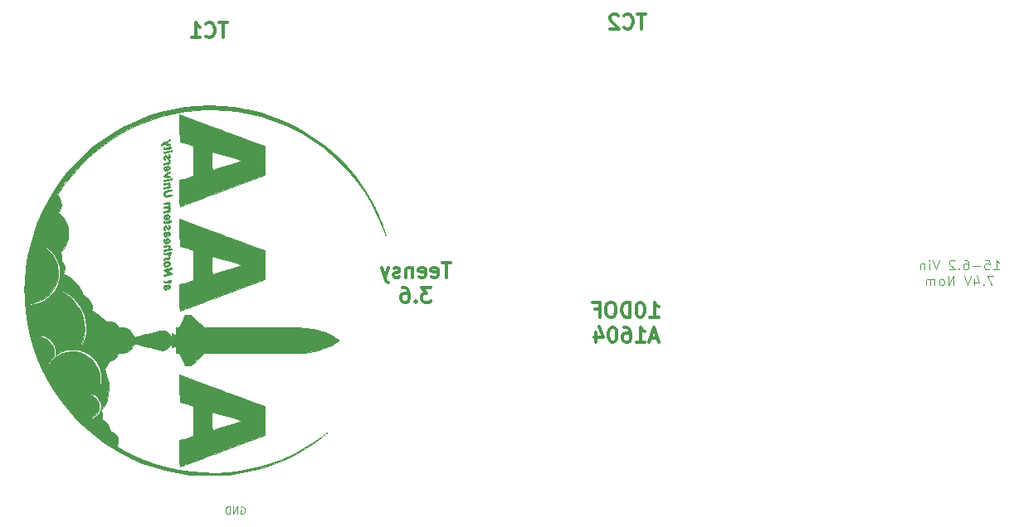
<source format=gbr>
G04 #@! TF.FileFunction,Legend,Bot*
%FSLAX46Y46*%
G04 Gerber Fmt 4.6, Leading zero omitted, Abs format (unit mm)*
G04 Created by KiCad (PCBNEW 4.0.6) date Friday, July 28, 2017 'PMt' 03:28:58 PM*
%MOMM*%
%LPD*%
G01*
G04 APERTURE LIST*
%ADD10C,0.100000*%
%ADD11C,0.122200*%
%ADD12C,0.300000*%
%ADD13C,0.010000*%
G04 APERTURE END LIST*
D10*
D11*
X128197285Y-132981000D02*
X128267571Y-132945857D01*
X128373000Y-132945857D01*
X128478428Y-132981000D01*
X128548714Y-133051286D01*
X128583857Y-133121571D01*
X128619000Y-133262143D01*
X128619000Y-133367571D01*
X128583857Y-133508143D01*
X128548714Y-133578429D01*
X128478428Y-133648714D01*
X128373000Y-133683857D01*
X128302714Y-133683857D01*
X128197285Y-133648714D01*
X128162142Y-133613571D01*
X128162142Y-133367571D01*
X128302714Y-133367571D01*
X127845857Y-133683857D02*
X127845857Y-132945857D01*
X127424142Y-133683857D01*
X127424142Y-132945857D01*
X127072714Y-133683857D02*
X127072714Y-132945857D01*
X126896999Y-132945857D01*
X126791571Y-132981000D01*
X126721285Y-133051286D01*
X126686142Y-133121571D01*
X126650999Y-133262143D01*
X126650999Y-133367571D01*
X126686142Y-133508143D01*
X126721285Y-133578429D01*
X126791571Y-133648714D01*
X126896999Y-133683857D01*
X127072714Y-133683857D01*
X205021000Y-108736662D02*
X205587858Y-108736662D01*
X205304429Y-108736662D02*
X205304429Y-107744662D01*
X205398905Y-107886376D01*
X205493381Y-107980852D01*
X205587858Y-108028090D01*
X204123477Y-107744662D02*
X204595858Y-107744662D01*
X204643096Y-108217043D01*
X204595858Y-108169805D01*
X204501381Y-108122567D01*
X204265191Y-108122567D01*
X204170715Y-108169805D01*
X204123477Y-108217043D01*
X204076238Y-108311519D01*
X204076238Y-108547710D01*
X204123477Y-108642186D01*
X204170715Y-108689424D01*
X204265191Y-108736662D01*
X204501381Y-108736662D01*
X204595858Y-108689424D01*
X204643096Y-108642186D01*
X203651096Y-108358757D02*
X202895286Y-108358757D01*
X201997763Y-107744662D02*
X202186715Y-107744662D01*
X202281191Y-107791900D01*
X202328429Y-107839138D01*
X202422906Y-107980852D01*
X202470144Y-108169805D01*
X202470144Y-108547710D01*
X202422906Y-108642186D01*
X202375667Y-108689424D01*
X202281191Y-108736662D01*
X202092239Y-108736662D01*
X201997763Y-108689424D01*
X201950525Y-108642186D01*
X201903286Y-108547710D01*
X201903286Y-108311519D01*
X201950525Y-108217043D01*
X201997763Y-108169805D01*
X202092239Y-108122567D01*
X202281191Y-108122567D01*
X202375667Y-108169805D01*
X202422906Y-108217043D01*
X202470144Y-108311519D01*
X201478144Y-108642186D02*
X201430905Y-108689424D01*
X201478144Y-108736662D01*
X201525382Y-108689424D01*
X201478144Y-108642186D01*
X201478144Y-108736662D01*
X201053001Y-107839138D02*
X201005763Y-107791900D01*
X200911286Y-107744662D01*
X200675096Y-107744662D01*
X200580620Y-107791900D01*
X200533382Y-107839138D01*
X200486143Y-107933614D01*
X200486143Y-108028090D01*
X200533382Y-108169805D01*
X201100239Y-108736662D01*
X200486143Y-108736662D01*
X199446905Y-107744662D02*
X199116238Y-108736662D01*
X198785571Y-107744662D01*
X198454905Y-108736662D02*
X198454905Y-108075329D01*
X198454905Y-107744662D02*
X198502143Y-107791900D01*
X198454905Y-107839138D01*
X198407666Y-107791900D01*
X198454905Y-107744662D01*
X198454905Y-107839138D01*
X197982524Y-108075329D02*
X197982524Y-108736662D01*
X197982524Y-108169805D02*
X197935285Y-108122567D01*
X197840809Y-108075329D01*
X197699095Y-108075329D01*
X197604619Y-108122567D01*
X197557381Y-108217043D01*
X197557381Y-108736662D01*
X205021001Y-109354862D02*
X204359667Y-109354862D01*
X204784810Y-110346862D01*
X203981763Y-110252386D02*
X203934524Y-110299624D01*
X203981763Y-110346862D01*
X204029001Y-110299624D01*
X203981763Y-110252386D01*
X203981763Y-110346862D01*
X203084239Y-109685529D02*
X203084239Y-110346862D01*
X203320429Y-109307624D02*
X203556620Y-110016195D01*
X202942524Y-110016195D01*
X202706334Y-109354862D02*
X202375667Y-110346862D01*
X202045000Y-109354862D01*
X200958524Y-110346862D02*
X200958524Y-109354862D01*
X200391666Y-110346862D01*
X200391666Y-109354862D01*
X199777571Y-110346862D02*
X199872047Y-110299624D01*
X199919286Y-110252386D01*
X199966524Y-110157910D01*
X199966524Y-109874481D01*
X199919286Y-109780005D01*
X199872047Y-109732767D01*
X199777571Y-109685529D01*
X199635857Y-109685529D01*
X199541381Y-109732767D01*
X199494143Y-109780005D01*
X199446905Y-109874481D01*
X199446905Y-110157910D01*
X199494143Y-110252386D01*
X199541381Y-110299624D01*
X199635857Y-110346862D01*
X199777571Y-110346862D01*
X199021762Y-110346862D02*
X199021762Y-109685529D01*
X199021762Y-109780005D02*
X198974523Y-109732767D01*
X198880047Y-109685529D01*
X198738333Y-109685529D01*
X198643857Y-109732767D01*
X198596619Y-109827243D01*
X198596619Y-110346862D01*
X198596619Y-109827243D02*
X198549381Y-109732767D01*
X198454904Y-109685529D01*
X198313190Y-109685529D01*
X198218714Y-109732767D01*
X198171476Y-109827243D01*
X198171476Y-110346862D01*
D12*
X169977285Y-113576571D02*
X170834428Y-113576571D01*
X170405856Y-113576571D02*
X170405856Y-112076571D01*
X170548713Y-112290857D01*
X170691571Y-112433714D01*
X170834428Y-112505143D01*
X169048714Y-112076571D02*
X168905857Y-112076571D01*
X168763000Y-112148000D01*
X168691571Y-112219429D01*
X168620142Y-112362286D01*
X168548714Y-112648000D01*
X168548714Y-113005143D01*
X168620142Y-113290857D01*
X168691571Y-113433714D01*
X168763000Y-113505143D01*
X168905857Y-113576571D01*
X169048714Y-113576571D01*
X169191571Y-113505143D01*
X169263000Y-113433714D01*
X169334428Y-113290857D01*
X169405857Y-113005143D01*
X169405857Y-112648000D01*
X169334428Y-112362286D01*
X169263000Y-112219429D01*
X169191571Y-112148000D01*
X169048714Y-112076571D01*
X167905857Y-113576571D02*
X167905857Y-112076571D01*
X167548714Y-112076571D01*
X167334429Y-112148000D01*
X167191571Y-112290857D01*
X167120143Y-112433714D01*
X167048714Y-112719429D01*
X167048714Y-112933714D01*
X167120143Y-113219429D01*
X167191571Y-113362286D01*
X167334429Y-113505143D01*
X167548714Y-113576571D01*
X167905857Y-113576571D01*
X166120143Y-112076571D02*
X165834429Y-112076571D01*
X165691571Y-112148000D01*
X165548714Y-112290857D01*
X165477286Y-112576571D01*
X165477286Y-113076571D01*
X165548714Y-113362286D01*
X165691571Y-113505143D01*
X165834429Y-113576571D01*
X166120143Y-113576571D01*
X166263000Y-113505143D01*
X166405857Y-113362286D01*
X166477286Y-113076571D01*
X166477286Y-112576571D01*
X166405857Y-112290857D01*
X166263000Y-112148000D01*
X166120143Y-112076571D01*
X164334428Y-112790857D02*
X164834428Y-112790857D01*
X164834428Y-113576571D02*
X164834428Y-112076571D01*
X164120142Y-112076571D01*
X170727285Y-115698000D02*
X170012999Y-115698000D01*
X170870142Y-116126571D02*
X170370142Y-114626571D01*
X169870142Y-116126571D01*
X168584428Y-116126571D02*
X169441571Y-116126571D01*
X169012999Y-116126571D02*
X169012999Y-114626571D01*
X169155856Y-114840857D01*
X169298714Y-114983714D01*
X169441571Y-115055143D01*
X167298714Y-114626571D02*
X167584428Y-114626571D01*
X167727285Y-114698000D01*
X167798714Y-114769429D01*
X167941571Y-114983714D01*
X168013000Y-115269429D01*
X168013000Y-115840857D01*
X167941571Y-115983714D01*
X167870143Y-116055143D01*
X167727285Y-116126571D01*
X167441571Y-116126571D01*
X167298714Y-116055143D01*
X167227285Y-115983714D01*
X167155857Y-115840857D01*
X167155857Y-115483714D01*
X167227285Y-115340857D01*
X167298714Y-115269429D01*
X167441571Y-115198000D01*
X167727285Y-115198000D01*
X167870143Y-115269429D01*
X167941571Y-115340857D01*
X168013000Y-115483714D01*
X166227286Y-114626571D02*
X166084429Y-114626571D01*
X165941572Y-114698000D01*
X165870143Y-114769429D01*
X165798714Y-114912286D01*
X165727286Y-115198000D01*
X165727286Y-115555143D01*
X165798714Y-115840857D01*
X165870143Y-115983714D01*
X165941572Y-116055143D01*
X166084429Y-116126571D01*
X166227286Y-116126571D01*
X166370143Y-116055143D01*
X166441572Y-115983714D01*
X166513000Y-115840857D01*
X166584429Y-115555143D01*
X166584429Y-115198000D01*
X166513000Y-114912286D01*
X166441572Y-114769429D01*
X166370143Y-114698000D01*
X166227286Y-114626571D01*
X164441572Y-115126571D02*
X164441572Y-116126571D01*
X164798715Y-114555143D02*
X165155858Y-115626571D01*
X164227286Y-115626571D01*
X169532857Y-82617571D02*
X168675714Y-82617571D01*
X169104285Y-84117571D02*
X169104285Y-82617571D01*
X167318571Y-83974714D02*
X167390000Y-84046143D01*
X167604286Y-84117571D01*
X167747143Y-84117571D01*
X167961428Y-84046143D01*
X168104286Y-83903286D01*
X168175714Y-83760429D01*
X168247143Y-83474714D01*
X168247143Y-83260429D01*
X168175714Y-82974714D01*
X168104286Y-82831857D01*
X167961428Y-82689000D01*
X167747143Y-82617571D01*
X167604286Y-82617571D01*
X167390000Y-82689000D01*
X167318571Y-82760429D01*
X166747143Y-82760429D02*
X166675714Y-82689000D01*
X166532857Y-82617571D01*
X166175714Y-82617571D01*
X166032857Y-82689000D01*
X165961428Y-82760429D01*
X165890000Y-82903286D01*
X165890000Y-83046143D01*
X165961428Y-83260429D01*
X166818571Y-84117571D01*
X165890000Y-84117571D01*
X126860857Y-83506571D02*
X126003714Y-83506571D01*
X126432285Y-85006571D02*
X126432285Y-83506571D01*
X124646571Y-84863714D02*
X124718000Y-84935143D01*
X124932286Y-85006571D01*
X125075143Y-85006571D01*
X125289428Y-84935143D01*
X125432286Y-84792286D01*
X125503714Y-84649429D01*
X125575143Y-84363714D01*
X125575143Y-84149429D01*
X125503714Y-83863714D01*
X125432286Y-83720857D01*
X125289428Y-83578000D01*
X125075143Y-83506571D01*
X124932286Y-83506571D01*
X124718000Y-83578000D01*
X124646571Y-83649429D01*
X123218000Y-85006571D02*
X124075143Y-85006571D01*
X123646571Y-85006571D02*
X123646571Y-83506571D01*
X123789428Y-83720857D01*
X123932286Y-83863714D01*
X124075143Y-83935143D01*
X149621428Y-108012571D02*
X148764285Y-108012571D01*
X149192856Y-109512571D02*
X149192856Y-108012571D01*
X147692857Y-109441143D02*
X147835714Y-109512571D01*
X148121428Y-109512571D01*
X148264285Y-109441143D01*
X148335714Y-109298286D01*
X148335714Y-108726857D01*
X148264285Y-108584000D01*
X148121428Y-108512571D01*
X147835714Y-108512571D01*
X147692857Y-108584000D01*
X147621428Y-108726857D01*
X147621428Y-108869714D01*
X148335714Y-109012571D01*
X146407143Y-109441143D02*
X146550000Y-109512571D01*
X146835714Y-109512571D01*
X146978571Y-109441143D01*
X147050000Y-109298286D01*
X147050000Y-108726857D01*
X146978571Y-108584000D01*
X146835714Y-108512571D01*
X146550000Y-108512571D01*
X146407143Y-108584000D01*
X146335714Y-108726857D01*
X146335714Y-108869714D01*
X147050000Y-109012571D01*
X145692857Y-108512571D02*
X145692857Y-109512571D01*
X145692857Y-108655429D02*
X145621429Y-108584000D01*
X145478571Y-108512571D01*
X145264286Y-108512571D01*
X145121429Y-108584000D01*
X145050000Y-108726857D01*
X145050000Y-109512571D01*
X144407143Y-109441143D02*
X144264286Y-109512571D01*
X143978571Y-109512571D01*
X143835714Y-109441143D01*
X143764286Y-109298286D01*
X143764286Y-109226857D01*
X143835714Y-109084000D01*
X143978571Y-109012571D01*
X144192857Y-109012571D01*
X144335714Y-108941143D01*
X144407143Y-108798286D01*
X144407143Y-108726857D01*
X144335714Y-108584000D01*
X144192857Y-108512571D01*
X143978571Y-108512571D01*
X143835714Y-108584000D01*
X143264285Y-108512571D02*
X142907142Y-109512571D01*
X142550000Y-108512571D02*
X142907142Y-109512571D01*
X143050000Y-109869714D01*
X143121428Y-109941143D01*
X143264285Y-110012571D01*
X147621428Y-110562571D02*
X146692857Y-110562571D01*
X147192857Y-111134000D01*
X146978571Y-111134000D01*
X146835714Y-111205429D01*
X146764285Y-111276857D01*
X146692857Y-111419714D01*
X146692857Y-111776857D01*
X146764285Y-111919714D01*
X146835714Y-111991143D01*
X146978571Y-112062571D01*
X147407143Y-112062571D01*
X147550000Y-111991143D01*
X147621428Y-111919714D01*
X146050000Y-111919714D02*
X145978572Y-111991143D01*
X146050000Y-112062571D01*
X146121429Y-111991143D01*
X146050000Y-111919714D01*
X146050000Y-112062571D01*
X144692857Y-110562571D02*
X144978571Y-110562571D01*
X145121428Y-110634000D01*
X145192857Y-110705429D01*
X145335714Y-110919714D01*
X145407143Y-111205429D01*
X145407143Y-111776857D01*
X145335714Y-111919714D01*
X145264286Y-111991143D01*
X145121428Y-112062571D01*
X144835714Y-112062571D01*
X144692857Y-111991143D01*
X144621428Y-111919714D01*
X144550000Y-111776857D01*
X144550000Y-111419714D01*
X144621428Y-111276857D01*
X144692857Y-111205429D01*
X144835714Y-111134000D01*
X145121428Y-111134000D01*
X145264286Y-111205429D01*
X145335714Y-111276857D01*
X145407143Y-111419714D01*
D13*
G36*
X142716659Y-104430479D02*
X142671413Y-104336183D01*
X142608637Y-104192748D01*
X142538134Y-104022558D01*
X142039398Y-102901917D01*
X141465364Y-101816495D01*
X140819409Y-100770225D01*
X140104907Y-99767039D01*
X139325236Y-98810867D01*
X138483771Y-97905644D01*
X137583888Y-97055301D01*
X136628963Y-96263769D01*
X135622371Y-95534982D01*
X134801497Y-95011387D01*
X133711674Y-94404327D01*
X132588282Y-93874786D01*
X131430928Y-93422627D01*
X130239221Y-93047716D01*
X129012766Y-92749917D01*
X127751172Y-92529094D01*
X127508000Y-92495899D01*
X127137173Y-92456098D01*
X126702083Y-92423646D01*
X126222852Y-92399004D01*
X125719605Y-92382631D01*
X125212464Y-92374990D01*
X124721552Y-92376540D01*
X124266992Y-92387744D01*
X123868908Y-92409061D01*
X123833435Y-92411731D01*
X122577733Y-92550739D01*
X121345673Y-92770119D01*
X120140238Y-93068134D01*
X118964412Y-93443050D01*
X117821176Y-93893130D01*
X116713514Y-94416639D01*
X115644409Y-95011842D01*
X114616843Y-95677002D01*
X113633800Y-96410384D01*
X112698261Y-97210252D01*
X111813210Y-98074871D01*
X110981631Y-99002504D01*
X110206504Y-99991416D01*
X109789917Y-100583579D01*
X109474757Y-101049925D01*
X109621437Y-101242086D01*
X109778145Y-101510700D01*
X109867365Y-101806512D01*
X109888446Y-102112140D01*
X109840735Y-102410197D01*
X109723577Y-102683301D01*
X109678181Y-102753013D01*
X109596046Y-102868860D01*
X109827435Y-103094767D01*
X110133814Y-103450455D01*
X110375509Y-103851879D01*
X110517147Y-104200180D01*
X110571280Y-104383816D01*
X110604978Y-104550087D01*
X110622668Y-104730964D01*
X110628778Y-104958420D01*
X110628992Y-105007833D01*
X110626154Y-105238249D01*
X110613661Y-105414738D01*
X110587164Y-105567872D01*
X110542311Y-105728226D01*
X110514545Y-105812166D01*
X110331319Y-106244716D01*
X110088261Y-106631760D01*
X110001026Y-106743500D01*
X109862705Y-106912833D01*
X109886092Y-107378500D01*
X109898454Y-107588837D01*
X109913302Y-107733862D01*
X109934863Y-107832910D01*
X109967364Y-107905318D01*
X110015032Y-107970420D01*
X110015655Y-107971166D01*
X110154040Y-108195503D01*
X110227761Y-108447869D01*
X110233877Y-108706381D01*
X110169449Y-108949156D01*
X110151974Y-108985911D01*
X110103302Y-109087894D01*
X110078987Y-109152017D01*
X110078659Y-109161436D01*
X110118568Y-109183578D01*
X110218144Y-109235101D01*
X110361227Y-109307720D01*
X110490769Y-109372743D01*
X110684951Y-109475305D01*
X110844474Y-109575702D01*
X110994245Y-109692551D01*
X111159170Y-109844471D01*
X111273167Y-109957586D01*
X111589413Y-110317656D01*
X111839081Y-110690125D01*
X112014945Y-111063642D01*
X112056536Y-111188500D01*
X112093649Y-111285914D01*
X112149603Y-111357176D01*
X112245790Y-111422781D01*
X112365811Y-111484833D01*
X112619132Y-111653386D01*
X112817105Y-111876578D01*
X112951965Y-112140238D01*
X113015950Y-112430193D01*
X113011835Y-112664091D01*
X112985041Y-112881833D01*
X113208604Y-112998524D01*
X113503588Y-113177146D01*
X113807913Y-113404220D01*
X114089442Y-113654388D01*
X114242158Y-113814155D01*
X114360932Y-113945054D01*
X114441958Y-114021226D01*
X114501196Y-114053393D01*
X114554606Y-114052281D01*
X114582857Y-114043076D01*
X114787738Y-114002430D01*
X115017187Y-114014795D01*
X115232854Y-114076530D01*
X115301769Y-114111326D01*
X115437625Y-114218904D01*
X115554287Y-114360425D01*
X115632568Y-114508545D01*
X115654667Y-114614220D01*
X115668784Y-114648230D01*
X115722688Y-114662733D01*
X115833709Y-114660240D01*
X115921716Y-114652876D01*
X116249805Y-114660746D01*
X116554708Y-114742863D01*
X116824849Y-114892910D01*
X117048654Y-115104568D01*
X117206426Y-115354037D01*
X117272285Y-115483245D01*
X117328079Y-115575447D01*
X117361017Y-115610208D01*
X117408913Y-115600588D01*
X117528801Y-115572314D01*
X117710688Y-115527865D01*
X117944578Y-115469718D01*
X118220477Y-115400350D01*
X118528391Y-115322238D01*
X118718639Y-115273666D01*
X119048081Y-115190682D01*
X119358190Y-115115064D01*
X119637618Y-115049389D01*
X119875021Y-114996231D01*
X120059052Y-114958166D01*
X120178364Y-114937769D01*
X120210728Y-114935000D01*
X120393298Y-114965329D01*
X120594966Y-115045123D01*
X120782120Y-115157588D01*
X120921145Y-115285932D01*
X120926232Y-115292467D01*
X121013006Y-115429027D01*
X121085662Y-115579921D01*
X121091399Y-115595007D01*
X121152034Y-115760500D01*
X121158000Y-115185430D01*
X121341636Y-115293048D01*
X121452468Y-115354986D01*
X121531971Y-115393888D01*
X121553303Y-115400666D01*
X121565348Y-115361402D01*
X121574800Y-115255866D01*
X121580378Y-115102444D01*
X121581333Y-114998500D01*
X121581333Y-114596333D01*
X121942520Y-114596333D01*
X122248574Y-113982500D01*
X122554628Y-113368666D01*
X123135125Y-113368666D01*
X123808146Y-114002314D01*
X124481167Y-114635961D01*
X129498777Y-114637314D01*
X130315216Y-114637914D01*
X131073721Y-114639246D01*
X131771675Y-114641288D01*
X132406456Y-114644017D01*
X132975445Y-114647413D01*
X133476023Y-114651452D01*
X133905568Y-114656114D01*
X134261463Y-114661377D01*
X134541086Y-114667218D01*
X134741817Y-114673617D01*
X134861038Y-114680551D01*
X134875111Y-114682029D01*
X135545554Y-114791474D01*
X136202288Y-114953613D01*
X136821335Y-115161869D01*
X137184883Y-115315492D01*
X137341033Y-115392690D01*
X137519007Y-115488740D01*
X137703804Y-115594509D01*
X137880421Y-115700860D01*
X138033858Y-115798658D01*
X138149113Y-115878767D01*
X138211184Y-115932053D01*
X138217787Y-115944492D01*
X138182199Y-115985532D01*
X138086020Y-116056849D01*
X137943767Y-116149641D01*
X137769956Y-116255105D01*
X137579102Y-116364435D01*
X137385723Y-116468829D01*
X137204334Y-116559483D01*
X137201590Y-116560783D01*
X136515361Y-116839556D01*
X135779550Y-117050167D01*
X134995173Y-117192342D01*
X134780419Y-117218390D01*
X134663860Y-117226185D01*
X134464140Y-117233274D01*
X134182761Y-117239647D01*
X133821227Y-117245290D01*
X133381041Y-117250191D01*
X132863704Y-117254337D01*
X132270720Y-117257715D01*
X131603592Y-117260313D01*
X130863823Y-117262119D01*
X130052914Y-117263119D01*
X129424983Y-117263333D01*
X124480629Y-117263333D01*
X123817789Y-117898333D01*
X123154948Y-118533333D01*
X122555530Y-118533333D01*
X121919470Y-117263333D01*
X121581333Y-117263333D01*
X121581333Y-116455430D01*
X121397698Y-116563048D01*
X121286866Y-116624986D01*
X121207363Y-116663888D01*
X121186031Y-116670666D01*
X121170876Y-116632112D01*
X121159103Y-116531563D01*
X121153678Y-116406083D01*
X121150542Y-116265259D01*
X121144625Y-116200735D01*
X121132264Y-116204149D01*
X121109794Y-116267138D01*
X121102655Y-116289666D01*
X121006471Y-116474736D01*
X120848701Y-116651202D01*
X120651626Y-116802657D01*
X120437525Y-116912691D01*
X120228678Y-116964897D01*
X120182959Y-116967000D01*
X120119217Y-116956753D01*
X119984167Y-116927702D01*
X119788436Y-116882384D01*
X119542649Y-116823333D01*
X119257433Y-116753085D01*
X118943414Y-116674175D01*
X118763572Y-116628333D01*
X118440504Y-116546014D01*
X118142453Y-116470919D01*
X117879648Y-116405558D01*
X117662321Y-116352443D01*
X117500702Y-116314086D01*
X117405022Y-116292997D01*
X117383954Y-116289666D01*
X117335188Y-116325159D01*
X117272552Y-116416147D01*
X117233433Y-116492180D01*
X117068871Y-116753824D01*
X116839555Y-116975716D01*
X116586000Y-117130509D01*
X116444281Y-117189499D01*
X116311231Y-117222430D01*
X116152433Y-117235610D01*
X116008021Y-117236469D01*
X115662876Y-117232870D01*
X115636757Y-117363466D01*
X115556772Y-117565628D01*
X115410128Y-117750822D01*
X115214710Y-117897523D01*
X115175902Y-117918098D01*
X115045407Y-117977474D01*
X114938073Y-118016416D01*
X114893372Y-118025333D01*
X114839066Y-118060158D01*
X114761232Y-118152880D01*
X114674605Y-118285867D01*
X114672244Y-118289916D01*
X114574843Y-118447852D01*
X114472966Y-118597991D01*
X114396486Y-118698132D01*
X114274517Y-118841765D01*
X114418598Y-119200603D01*
X114598960Y-119759633D01*
X114699468Y-120332391D01*
X114720734Y-120909820D01*
X114663371Y-121482862D01*
X114527992Y-122042459D01*
X114315209Y-122579554D01*
X114171642Y-122851333D01*
X114012609Y-123126500D01*
X114035119Y-123598942D01*
X114057629Y-124071385D01*
X114217015Y-124143258D01*
X114438783Y-124286978D01*
X114628364Y-124495798D01*
X114773825Y-124752610D01*
X114863231Y-125040307D01*
X114870216Y-125079710D01*
X114898244Y-125196413D01*
X114944895Y-125254695D01*
X115012009Y-125277662D01*
X115163081Y-125338228D01*
X115325922Y-125450143D01*
X115472001Y-125590296D01*
X115569642Y-125729297D01*
X115665685Y-125996702D01*
X115679525Y-126258109D01*
X115634586Y-126449666D01*
X115588439Y-126576675D01*
X115553147Y-126676936D01*
X115544243Y-126703666D01*
X115561891Y-126747063D01*
X115639362Y-126814000D01*
X115782096Y-126908413D01*
X115995535Y-127034234D01*
X116023299Y-127050010D01*
X117144303Y-127637192D01*
X118293144Y-128144922D01*
X119466922Y-128572642D01*
X120662740Y-128919790D01*
X121877698Y-129185809D01*
X123108900Y-129370137D01*
X124353447Y-129472215D01*
X125608441Y-129491485D01*
X126870984Y-129427384D01*
X127808197Y-129325978D01*
X128995972Y-129126583D01*
X130177301Y-128845830D01*
X131343896Y-128486961D01*
X132487468Y-128053219D01*
X133599728Y-127547847D01*
X134672389Y-126974087D01*
X135697162Y-126335182D01*
X136018805Y-126113852D01*
X136178275Y-126003266D01*
X136306420Y-125917924D01*
X136391264Y-125865536D01*
X136420827Y-125853812D01*
X136420008Y-125855639D01*
X136372406Y-125900655D01*
X136266103Y-125983957D01*
X136113050Y-126097176D01*
X135925199Y-126231946D01*
X135714503Y-126379899D01*
X135492913Y-126532667D01*
X135272381Y-126681882D01*
X135064860Y-126819177D01*
X134882302Y-126936185D01*
X134831667Y-126967632D01*
X133749288Y-127586727D01*
X132641613Y-128127670D01*
X131504942Y-128591738D01*
X130335571Y-128980207D01*
X129129801Y-129294356D01*
X127883929Y-129535460D01*
X127042333Y-129654654D01*
X126747570Y-129682761D01*
X126384854Y-129704802D01*
X125970619Y-129720778D01*
X125521299Y-129730689D01*
X125053328Y-129734535D01*
X124583140Y-129732317D01*
X124127168Y-129724036D01*
X123701847Y-129709692D01*
X123323610Y-129689286D01*
X123008891Y-129662818D01*
X122936000Y-129654518D01*
X121668162Y-129462618D01*
X120446833Y-129201749D01*
X119267201Y-128870283D01*
X118124456Y-128466589D01*
X117013787Y-127989041D01*
X115930383Y-127436008D01*
X115288899Y-127065756D01*
X114266825Y-126402035D01*
X113284039Y-125668071D01*
X112347037Y-124870133D01*
X111462315Y-124014490D01*
X110636369Y-123107410D01*
X109875696Y-122155161D01*
X109210296Y-121200333D01*
X108549989Y-120107628D01*
X107969937Y-118988175D01*
X107470017Y-117841594D01*
X107050107Y-116667501D01*
X106710082Y-115465515D01*
X106449820Y-114235254D01*
X106269196Y-112976336D01*
X106173627Y-111799650D01*
X106157505Y-111481904D01*
X106146286Y-111222371D01*
X106139995Y-110999531D01*
X106138655Y-110791862D01*
X106142291Y-110577843D01*
X106150925Y-110335953D01*
X106164583Y-110044671D01*
X106175816Y-109825363D01*
X106281958Y-108587810D01*
X106469289Y-107368109D01*
X106735570Y-106169663D01*
X107078568Y-104995874D01*
X107405590Y-104098388D01*
X107405590Y-105955506D01*
X107338294Y-105960226D01*
X107332806Y-105965771D01*
X107347006Y-106006472D01*
X107405991Y-106033907D01*
X107532944Y-106080669D01*
X107706606Y-106163305D01*
X107904228Y-106269276D01*
X108103058Y-106386041D01*
X108280348Y-106501063D01*
X108364764Y-106562361D01*
X108662954Y-106835496D01*
X108938049Y-107170550D01*
X109175411Y-107545202D01*
X109360406Y-107937126D01*
X109454987Y-108225166D01*
X109488242Y-108387151D01*
X109518639Y-108596317D01*
X109541010Y-108815210D01*
X109545734Y-108882908D01*
X109534510Y-109375549D01*
X109445099Y-109852571D01*
X109283612Y-110306254D01*
X109056158Y-110728880D01*
X108768847Y-111112728D01*
X108427791Y-111450079D01*
X108039100Y-111733213D01*
X107608883Y-111954411D01*
X107143251Y-112105953D01*
X106965750Y-112142385D01*
X106791659Y-112180597D01*
X106697832Y-112220287D01*
X106685804Y-112260411D01*
X106742315Y-112294569D01*
X106825178Y-112299605D01*
X106967899Y-112282371D01*
X107150042Y-112247454D01*
X107351170Y-112199438D01*
X107550847Y-112142911D01*
X107728635Y-112082456D01*
X107781470Y-112061402D01*
X108116738Y-111891214D01*
X108450351Y-111667977D01*
X108761089Y-111409102D01*
X109027734Y-111132000D01*
X109204992Y-110893356D01*
X109258639Y-110810082D01*
X109305559Y-110756154D01*
X109359747Y-110732962D01*
X109435195Y-110741896D01*
X109545897Y-110784343D01*
X109705845Y-110861692D01*
X109904410Y-110962776D01*
X110429877Y-111275508D01*
X110897593Y-111646901D01*
X111303395Y-112073142D01*
X111643120Y-112550418D01*
X111649640Y-112561167D01*
X111912557Y-113074681D01*
X112102996Y-113618922D01*
X112220535Y-114183321D01*
X112264753Y-114757309D01*
X112235228Y-115330317D01*
X112131541Y-115891777D01*
X111953269Y-116431120D01*
X111815765Y-116729183D01*
X111731249Y-116893532D01*
X111078875Y-116899705D01*
X110825410Y-116902997D01*
X110636838Y-116909161D01*
X110493387Y-116920924D01*
X110375283Y-116941015D01*
X110262752Y-116972164D01*
X110136021Y-117017100D01*
X110083279Y-117037114D01*
X109888423Y-117119010D01*
X109690730Y-117214108D01*
X109529052Y-117303557D01*
X109511779Y-117314380D01*
X109283500Y-117460408D01*
X109283500Y-117054954D01*
X109280757Y-116854359D01*
X109269121Y-116710952D01*
X109243482Y-116597339D01*
X109198728Y-116486126D01*
X109164427Y-116416666D01*
X108964314Y-116107794D01*
X108710468Y-115847677D01*
X108415961Y-115645337D01*
X108093865Y-115509795D01*
X107764435Y-115450489D01*
X107606440Y-115448449D01*
X107516980Y-115461842D01*
X107500022Y-115485175D01*
X107559532Y-115512957D01*
X107699478Y-115539697D01*
X107699946Y-115539760D01*
X107955263Y-115608706D01*
X108223865Y-115741030D01*
X108485610Y-115922322D01*
X108720357Y-116138170D01*
X108907963Y-116374164D01*
X108941175Y-116427808D01*
X109047301Y-116659575D01*
X109127898Y-116934134D01*
X109172316Y-117210926D01*
X109177667Y-117328348D01*
X109169074Y-117473054D01*
X109135315Y-117568921D01*
X109067871Y-117647537D01*
X108956571Y-117765446D01*
X108834344Y-117917362D01*
X108710389Y-118088761D01*
X108593903Y-118265115D01*
X108494086Y-118431898D01*
X108420135Y-118574584D01*
X108381249Y-118678647D01*
X108384031Y-118727475D01*
X108412643Y-118703095D01*
X108471161Y-118621069D01*
X108548219Y-118497675D01*
X108568293Y-118463569D01*
X108787237Y-118150258D01*
X109063295Y-117851949D01*
X109369760Y-117595575D01*
X109541010Y-117482555D01*
X109979689Y-117267607D01*
X110429683Y-117132198D01*
X110883107Y-117073405D01*
X111332074Y-117088307D01*
X111768699Y-117173982D01*
X112185096Y-117327508D01*
X112573378Y-117545963D01*
X112925659Y-117826425D01*
X113234053Y-118165972D01*
X113490674Y-118561682D01*
X113687636Y-119010633D01*
X113690923Y-119020166D01*
X113743346Y-119184468D01*
X113777618Y-119329574D01*
X113797562Y-119482775D01*
X113807003Y-119671364D01*
X113809567Y-119866833D01*
X113792326Y-120274146D01*
X113732457Y-120631476D01*
X113624179Y-120965070D01*
X113516102Y-121199265D01*
X113430422Y-121362712D01*
X113366310Y-121461375D01*
X113306237Y-121505573D01*
X113232676Y-121505623D01*
X113128100Y-121471843D01*
X113082463Y-121454522D01*
X112941015Y-121412457D01*
X112785165Y-121384038D01*
X112636459Y-121370685D01*
X112516442Y-121373818D01*
X112446660Y-121394858D01*
X112437333Y-121412000D01*
X112474728Y-121439223D01*
X112567451Y-121453666D01*
X112596083Y-121454366D01*
X112766961Y-121482676D01*
X112967124Y-121557899D01*
X113167540Y-121665573D01*
X113339176Y-121791234D01*
X113406912Y-121858311D01*
X113579682Y-122094816D01*
X113681990Y-122340584D01*
X113723373Y-122621555D01*
X113725298Y-122724333D01*
X113717260Y-122919275D01*
X113690732Y-123067325D01*
X113637812Y-123205596D01*
X113611504Y-123258721D01*
X113450379Y-123493716D01*
X113231254Y-123704680D01*
X112980795Y-123867614D01*
X112887906Y-123909966D01*
X112670167Y-123997484D01*
X112871386Y-123975533D01*
X113153686Y-123905038D01*
X113402955Y-123766455D01*
X113612901Y-123572030D01*
X113777228Y-123334009D01*
X113889644Y-123064638D01*
X113943855Y-122776163D01*
X113933568Y-122480830D01*
X113852489Y-122190886D01*
X113822489Y-122124870D01*
X113727510Y-121964371D01*
X113610232Y-121810040D01*
X113536739Y-121733397D01*
X113442930Y-121644514D01*
X113381922Y-121578783D01*
X113368667Y-121557452D01*
X113391762Y-121511341D01*
X113449241Y-121426341D01*
X113469665Y-121398592D01*
X113674316Y-121063169D01*
X113831262Y-120676465D01*
X113934886Y-120260663D01*
X113979570Y-119837947D01*
X113962565Y-119452163D01*
X113861822Y-118974645D01*
X113688451Y-118526450D01*
X113448992Y-118115880D01*
X113149984Y-117751236D01*
X112797969Y-117440822D01*
X112399486Y-117192939D01*
X112072130Y-117052374D01*
X111767949Y-116945008D01*
X111915795Y-116693907D01*
X112165296Y-116188238D01*
X112339094Y-115652904D01*
X112436623Y-115097263D01*
X112457315Y-114530675D01*
X112400605Y-113962499D01*
X112265926Y-113402096D01*
X112136558Y-113047043D01*
X111881299Y-112542018D01*
X111556269Y-112077631D01*
X111169658Y-111661493D01*
X110729656Y-111301211D01*
X110244450Y-111004396D01*
X109722229Y-110778656D01*
X109679822Y-110764138D01*
X109356476Y-110655536D01*
X109454111Y-110453148D01*
X109585694Y-110147537D01*
X109674211Y-109854837D01*
X109725719Y-109546524D01*
X109746271Y-109194072D01*
X109747303Y-109071833D01*
X109738928Y-108732761D01*
X109710298Y-108449243D01*
X109655296Y-108193353D01*
X109567803Y-107937169D01*
X109441700Y-107652764D01*
X109431956Y-107632500D01*
X109183573Y-107211129D01*
X108867420Y-106826128D01*
X108497539Y-106492113D01*
X108087972Y-106223698D01*
X108068233Y-106213075D01*
X107875750Y-106118042D01*
X107690416Y-106039828D01*
X107528330Y-105983844D01*
X107405590Y-105955506D01*
X107405590Y-104098388D01*
X107496044Y-103850143D01*
X107985763Y-102735873D01*
X108545489Y-101656465D01*
X109172985Y-100615322D01*
X109866014Y-99615845D01*
X110622341Y-98661437D01*
X111439729Y-97755499D01*
X112315942Y-96901434D01*
X113248744Y-96102643D01*
X114235898Y-95362528D01*
X115275167Y-94684492D01*
X116364316Y-94071936D01*
X116615879Y-93943553D01*
X117743057Y-93425894D01*
X118901082Y-92985717D01*
X120085334Y-92623625D01*
X121291192Y-92340219D01*
X122514036Y-92136102D01*
X123749246Y-92011876D01*
X124992201Y-91968144D01*
X126238282Y-92005507D01*
X127482867Y-92124568D01*
X128721338Y-92325929D01*
X128841500Y-92349970D01*
X130052482Y-92638951D01*
X131234298Y-93006020D01*
X132383706Y-93448664D01*
X133497460Y-93964371D01*
X134572317Y-94550627D01*
X135605034Y-95204921D01*
X136592366Y-95924738D01*
X137531071Y-96707566D01*
X138417903Y-97550893D01*
X139249619Y-98452205D01*
X140022975Y-99408990D01*
X140734728Y-100418734D01*
X141381634Y-101478926D01*
X141902632Y-102467833D01*
X142015053Y-102702995D01*
X142133681Y-102960584D01*
X142253740Y-103229202D01*
X142370454Y-103497447D01*
X142479048Y-103753922D01*
X142574744Y-103987226D01*
X142652767Y-104185959D01*
X142708341Y-104338724D01*
X142736689Y-104434119D01*
X142737629Y-104460815D01*
X142716659Y-104430479D01*
X142716659Y-104430479D01*
G37*
X142716659Y-104430479D02*
X142671413Y-104336183D01*
X142608637Y-104192748D01*
X142538134Y-104022558D01*
X142039398Y-102901917D01*
X141465364Y-101816495D01*
X140819409Y-100770225D01*
X140104907Y-99767039D01*
X139325236Y-98810867D01*
X138483771Y-97905644D01*
X137583888Y-97055301D01*
X136628963Y-96263769D01*
X135622371Y-95534982D01*
X134801497Y-95011387D01*
X133711674Y-94404327D01*
X132588282Y-93874786D01*
X131430928Y-93422627D01*
X130239221Y-93047716D01*
X129012766Y-92749917D01*
X127751172Y-92529094D01*
X127508000Y-92495899D01*
X127137173Y-92456098D01*
X126702083Y-92423646D01*
X126222852Y-92399004D01*
X125719605Y-92382631D01*
X125212464Y-92374990D01*
X124721552Y-92376540D01*
X124266992Y-92387744D01*
X123868908Y-92409061D01*
X123833435Y-92411731D01*
X122577733Y-92550739D01*
X121345673Y-92770119D01*
X120140238Y-93068134D01*
X118964412Y-93443050D01*
X117821176Y-93893130D01*
X116713514Y-94416639D01*
X115644409Y-95011842D01*
X114616843Y-95677002D01*
X113633800Y-96410384D01*
X112698261Y-97210252D01*
X111813210Y-98074871D01*
X110981631Y-99002504D01*
X110206504Y-99991416D01*
X109789917Y-100583579D01*
X109474757Y-101049925D01*
X109621437Y-101242086D01*
X109778145Y-101510700D01*
X109867365Y-101806512D01*
X109888446Y-102112140D01*
X109840735Y-102410197D01*
X109723577Y-102683301D01*
X109678181Y-102753013D01*
X109596046Y-102868860D01*
X109827435Y-103094767D01*
X110133814Y-103450455D01*
X110375509Y-103851879D01*
X110517147Y-104200180D01*
X110571280Y-104383816D01*
X110604978Y-104550087D01*
X110622668Y-104730964D01*
X110628778Y-104958420D01*
X110628992Y-105007833D01*
X110626154Y-105238249D01*
X110613661Y-105414738D01*
X110587164Y-105567872D01*
X110542311Y-105728226D01*
X110514545Y-105812166D01*
X110331319Y-106244716D01*
X110088261Y-106631760D01*
X110001026Y-106743500D01*
X109862705Y-106912833D01*
X109886092Y-107378500D01*
X109898454Y-107588837D01*
X109913302Y-107733862D01*
X109934863Y-107832910D01*
X109967364Y-107905318D01*
X110015032Y-107970420D01*
X110015655Y-107971166D01*
X110154040Y-108195503D01*
X110227761Y-108447869D01*
X110233877Y-108706381D01*
X110169449Y-108949156D01*
X110151974Y-108985911D01*
X110103302Y-109087894D01*
X110078987Y-109152017D01*
X110078659Y-109161436D01*
X110118568Y-109183578D01*
X110218144Y-109235101D01*
X110361227Y-109307720D01*
X110490769Y-109372743D01*
X110684951Y-109475305D01*
X110844474Y-109575702D01*
X110994245Y-109692551D01*
X111159170Y-109844471D01*
X111273167Y-109957586D01*
X111589413Y-110317656D01*
X111839081Y-110690125D01*
X112014945Y-111063642D01*
X112056536Y-111188500D01*
X112093649Y-111285914D01*
X112149603Y-111357176D01*
X112245790Y-111422781D01*
X112365811Y-111484833D01*
X112619132Y-111653386D01*
X112817105Y-111876578D01*
X112951965Y-112140238D01*
X113015950Y-112430193D01*
X113011835Y-112664091D01*
X112985041Y-112881833D01*
X113208604Y-112998524D01*
X113503588Y-113177146D01*
X113807913Y-113404220D01*
X114089442Y-113654388D01*
X114242158Y-113814155D01*
X114360932Y-113945054D01*
X114441958Y-114021226D01*
X114501196Y-114053393D01*
X114554606Y-114052281D01*
X114582857Y-114043076D01*
X114787738Y-114002430D01*
X115017187Y-114014795D01*
X115232854Y-114076530D01*
X115301769Y-114111326D01*
X115437625Y-114218904D01*
X115554287Y-114360425D01*
X115632568Y-114508545D01*
X115654667Y-114614220D01*
X115668784Y-114648230D01*
X115722688Y-114662733D01*
X115833709Y-114660240D01*
X115921716Y-114652876D01*
X116249805Y-114660746D01*
X116554708Y-114742863D01*
X116824849Y-114892910D01*
X117048654Y-115104568D01*
X117206426Y-115354037D01*
X117272285Y-115483245D01*
X117328079Y-115575447D01*
X117361017Y-115610208D01*
X117408913Y-115600588D01*
X117528801Y-115572314D01*
X117710688Y-115527865D01*
X117944578Y-115469718D01*
X118220477Y-115400350D01*
X118528391Y-115322238D01*
X118718639Y-115273666D01*
X119048081Y-115190682D01*
X119358190Y-115115064D01*
X119637618Y-115049389D01*
X119875021Y-114996231D01*
X120059052Y-114958166D01*
X120178364Y-114937769D01*
X120210728Y-114935000D01*
X120393298Y-114965329D01*
X120594966Y-115045123D01*
X120782120Y-115157588D01*
X120921145Y-115285932D01*
X120926232Y-115292467D01*
X121013006Y-115429027D01*
X121085662Y-115579921D01*
X121091399Y-115595007D01*
X121152034Y-115760500D01*
X121158000Y-115185430D01*
X121341636Y-115293048D01*
X121452468Y-115354986D01*
X121531971Y-115393888D01*
X121553303Y-115400666D01*
X121565348Y-115361402D01*
X121574800Y-115255866D01*
X121580378Y-115102444D01*
X121581333Y-114998500D01*
X121581333Y-114596333D01*
X121942520Y-114596333D01*
X122248574Y-113982500D01*
X122554628Y-113368666D01*
X123135125Y-113368666D01*
X123808146Y-114002314D01*
X124481167Y-114635961D01*
X129498777Y-114637314D01*
X130315216Y-114637914D01*
X131073721Y-114639246D01*
X131771675Y-114641288D01*
X132406456Y-114644017D01*
X132975445Y-114647413D01*
X133476023Y-114651452D01*
X133905568Y-114656114D01*
X134261463Y-114661377D01*
X134541086Y-114667218D01*
X134741817Y-114673617D01*
X134861038Y-114680551D01*
X134875111Y-114682029D01*
X135545554Y-114791474D01*
X136202288Y-114953613D01*
X136821335Y-115161869D01*
X137184883Y-115315492D01*
X137341033Y-115392690D01*
X137519007Y-115488740D01*
X137703804Y-115594509D01*
X137880421Y-115700860D01*
X138033858Y-115798658D01*
X138149113Y-115878767D01*
X138211184Y-115932053D01*
X138217787Y-115944492D01*
X138182199Y-115985532D01*
X138086020Y-116056849D01*
X137943767Y-116149641D01*
X137769956Y-116255105D01*
X137579102Y-116364435D01*
X137385723Y-116468829D01*
X137204334Y-116559483D01*
X137201590Y-116560783D01*
X136515361Y-116839556D01*
X135779550Y-117050167D01*
X134995173Y-117192342D01*
X134780419Y-117218390D01*
X134663860Y-117226185D01*
X134464140Y-117233274D01*
X134182761Y-117239647D01*
X133821227Y-117245290D01*
X133381041Y-117250191D01*
X132863704Y-117254337D01*
X132270720Y-117257715D01*
X131603592Y-117260313D01*
X130863823Y-117262119D01*
X130052914Y-117263119D01*
X129424983Y-117263333D01*
X124480629Y-117263333D01*
X123817789Y-117898333D01*
X123154948Y-118533333D01*
X122555530Y-118533333D01*
X121919470Y-117263333D01*
X121581333Y-117263333D01*
X121581333Y-116455430D01*
X121397698Y-116563048D01*
X121286866Y-116624986D01*
X121207363Y-116663888D01*
X121186031Y-116670666D01*
X121170876Y-116632112D01*
X121159103Y-116531563D01*
X121153678Y-116406083D01*
X121150542Y-116265259D01*
X121144625Y-116200735D01*
X121132264Y-116204149D01*
X121109794Y-116267138D01*
X121102655Y-116289666D01*
X121006471Y-116474736D01*
X120848701Y-116651202D01*
X120651626Y-116802657D01*
X120437525Y-116912691D01*
X120228678Y-116964897D01*
X120182959Y-116967000D01*
X120119217Y-116956753D01*
X119984167Y-116927702D01*
X119788436Y-116882384D01*
X119542649Y-116823333D01*
X119257433Y-116753085D01*
X118943414Y-116674175D01*
X118763572Y-116628333D01*
X118440504Y-116546014D01*
X118142453Y-116470919D01*
X117879648Y-116405558D01*
X117662321Y-116352443D01*
X117500702Y-116314086D01*
X117405022Y-116292997D01*
X117383954Y-116289666D01*
X117335188Y-116325159D01*
X117272552Y-116416147D01*
X117233433Y-116492180D01*
X117068871Y-116753824D01*
X116839555Y-116975716D01*
X116586000Y-117130509D01*
X116444281Y-117189499D01*
X116311231Y-117222430D01*
X116152433Y-117235610D01*
X116008021Y-117236469D01*
X115662876Y-117232870D01*
X115636757Y-117363466D01*
X115556772Y-117565628D01*
X115410128Y-117750822D01*
X115214710Y-117897523D01*
X115175902Y-117918098D01*
X115045407Y-117977474D01*
X114938073Y-118016416D01*
X114893372Y-118025333D01*
X114839066Y-118060158D01*
X114761232Y-118152880D01*
X114674605Y-118285867D01*
X114672244Y-118289916D01*
X114574843Y-118447852D01*
X114472966Y-118597991D01*
X114396486Y-118698132D01*
X114274517Y-118841765D01*
X114418598Y-119200603D01*
X114598960Y-119759633D01*
X114699468Y-120332391D01*
X114720734Y-120909820D01*
X114663371Y-121482862D01*
X114527992Y-122042459D01*
X114315209Y-122579554D01*
X114171642Y-122851333D01*
X114012609Y-123126500D01*
X114035119Y-123598942D01*
X114057629Y-124071385D01*
X114217015Y-124143258D01*
X114438783Y-124286978D01*
X114628364Y-124495798D01*
X114773825Y-124752610D01*
X114863231Y-125040307D01*
X114870216Y-125079710D01*
X114898244Y-125196413D01*
X114944895Y-125254695D01*
X115012009Y-125277662D01*
X115163081Y-125338228D01*
X115325922Y-125450143D01*
X115472001Y-125590296D01*
X115569642Y-125729297D01*
X115665685Y-125996702D01*
X115679525Y-126258109D01*
X115634586Y-126449666D01*
X115588439Y-126576675D01*
X115553147Y-126676936D01*
X115544243Y-126703666D01*
X115561891Y-126747063D01*
X115639362Y-126814000D01*
X115782096Y-126908413D01*
X115995535Y-127034234D01*
X116023299Y-127050010D01*
X117144303Y-127637192D01*
X118293144Y-128144922D01*
X119466922Y-128572642D01*
X120662740Y-128919790D01*
X121877698Y-129185809D01*
X123108900Y-129370137D01*
X124353447Y-129472215D01*
X125608441Y-129491485D01*
X126870984Y-129427384D01*
X127808197Y-129325978D01*
X128995972Y-129126583D01*
X130177301Y-128845830D01*
X131343896Y-128486961D01*
X132487468Y-128053219D01*
X133599728Y-127547847D01*
X134672389Y-126974087D01*
X135697162Y-126335182D01*
X136018805Y-126113852D01*
X136178275Y-126003266D01*
X136306420Y-125917924D01*
X136391264Y-125865536D01*
X136420827Y-125853812D01*
X136420008Y-125855639D01*
X136372406Y-125900655D01*
X136266103Y-125983957D01*
X136113050Y-126097176D01*
X135925199Y-126231946D01*
X135714503Y-126379899D01*
X135492913Y-126532667D01*
X135272381Y-126681882D01*
X135064860Y-126819177D01*
X134882302Y-126936185D01*
X134831667Y-126967632D01*
X133749288Y-127586727D01*
X132641613Y-128127670D01*
X131504942Y-128591738D01*
X130335571Y-128980207D01*
X129129801Y-129294356D01*
X127883929Y-129535460D01*
X127042333Y-129654654D01*
X126747570Y-129682761D01*
X126384854Y-129704802D01*
X125970619Y-129720778D01*
X125521299Y-129730689D01*
X125053328Y-129734535D01*
X124583140Y-129732317D01*
X124127168Y-129724036D01*
X123701847Y-129709692D01*
X123323610Y-129689286D01*
X123008891Y-129662818D01*
X122936000Y-129654518D01*
X121668162Y-129462618D01*
X120446833Y-129201749D01*
X119267201Y-128870283D01*
X118124456Y-128466589D01*
X117013787Y-127989041D01*
X115930383Y-127436008D01*
X115288899Y-127065756D01*
X114266825Y-126402035D01*
X113284039Y-125668071D01*
X112347037Y-124870133D01*
X111462315Y-124014490D01*
X110636369Y-123107410D01*
X109875696Y-122155161D01*
X109210296Y-121200333D01*
X108549989Y-120107628D01*
X107969937Y-118988175D01*
X107470017Y-117841594D01*
X107050107Y-116667501D01*
X106710082Y-115465515D01*
X106449820Y-114235254D01*
X106269196Y-112976336D01*
X106173627Y-111799650D01*
X106157505Y-111481904D01*
X106146286Y-111222371D01*
X106139995Y-110999531D01*
X106138655Y-110791862D01*
X106142291Y-110577843D01*
X106150925Y-110335953D01*
X106164583Y-110044671D01*
X106175816Y-109825363D01*
X106281958Y-108587810D01*
X106469289Y-107368109D01*
X106735570Y-106169663D01*
X107078568Y-104995874D01*
X107405590Y-104098388D01*
X107405590Y-105955506D01*
X107338294Y-105960226D01*
X107332806Y-105965771D01*
X107347006Y-106006472D01*
X107405991Y-106033907D01*
X107532944Y-106080669D01*
X107706606Y-106163305D01*
X107904228Y-106269276D01*
X108103058Y-106386041D01*
X108280348Y-106501063D01*
X108364764Y-106562361D01*
X108662954Y-106835496D01*
X108938049Y-107170550D01*
X109175411Y-107545202D01*
X109360406Y-107937126D01*
X109454987Y-108225166D01*
X109488242Y-108387151D01*
X109518639Y-108596317D01*
X109541010Y-108815210D01*
X109545734Y-108882908D01*
X109534510Y-109375549D01*
X109445099Y-109852571D01*
X109283612Y-110306254D01*
X109056158Y-110728880D01*
X108768847Y-111112728D01*
X108427791Y-111450079D01*
X108039100Y-111733213D01*
X107608883Y-111954411D01*
X107143251Y-112105953D01*
X106965750Y-112142385D01*
X106791659Y-112180597D01*
X106697832Y-112220287D01*
X106685804Y-112260411D01*
X106742315Y-112294569D01*
X106825178Y-112299605D01*
X106967899Y-112282371D01*
X107150042Y-112247454D01*
X107351170Y-112199438D01*
X107550847Y-112142911D01*
X107728635Y-112082456D01*
X107781470Y-112061402D01*
X108116738Y-111891214D01*
X108450351Y-111667977D01*
X108761089Y-111409102D01*
X109027734Y-111132000D01*
X109204992Y-110893356D01*
X109258639Y-110810082D01*
X109305559Y-110756154D01*
X109359747Y-110732962D01*
X109435195Y-110741896D01*
X109545897Y-110784343D01*
X109705845Y-110861692D01*
X109904410Y-110962776D01*
X110429877Y-111275508D01*
X110897593Y-111646901D01*
X111303395Y-112073142D01*
X111643120Y-112550418D01*
X111649640Y-112561167D01*
X111912557Y-113074681D01*
X112102996Y-113618922D01*
X112220535Y-114183321D01*
X112264753Y-114757309D01*
X112235228Y-115330317D01*
X112131541Y-115891777D01*
X111953269Y-116431120D01*
X111815765Y-116729183D01*
X111731249Y-116893532D01*
X111078875Y-116899705D01*
X110825410Y-116902997D01*
X110636838Y-116909161D01*
X110493387Y-116920924D01*
X110375283Y-116941015D01*
X110262752Y-116972164D01*
X110136021Y-117017100D01*
X110083279Y-117037114D01*
X109888423Y-117119010D01*
X109690730Y-117214108D01*
X109529052Y-117303557D01*
X109511779Y-117314380D01*
X109283500Y-117460408D01*
X109283500Y-117054954D01*
X109280757Y-116854359D01*
X109269121Y-116710952D01*
X109243482Y-116597339D01*
X109198728Y-116486126D01*
X109164427Y-116416666D01*
X108964314Y-116107794D01*
X108710468Y-115847677D01*
X108415961Y-115645337D01*
X108093865Y-115509795D01*
X107764435Y-115450489D01*
X107606440Y-115448449D01*
X107516980Y-115461842D01*
X107500022Y-115485175D01*
X107559532Y-115512957D01*
X107699478Y-115539697D01*
X107699946Y-115539760D01*
X107955263Y-115608706D01*
X108223865Y-115741030D01*
X108485610Y-115922322D01*
X108720357Y-116138170D01*
X108907963Y-116374164D01*
X108941175Y-116427808D01*
X109047301Y-116659575D01*
X109127898Y-116934134D01*
X109172316Y-117210926D01*
X109177667Y-117328348D01*
X109169074Y-117473054D01*
X109135315Y-117568921D01*
X109067871Y-117647537D01*
X108956571Y-117765446D01*
X108834344Y-117917362D01*
X108710389Y-118088761D01*
X108593903Y-118265115D01*
X108494086Y-118431898D01*
X108420135Y-118574584D01*
X108381249Y-118678647D01*
X108384031Y-118727475D01*
X108412643Y-118703095D01*
X108471161Y-118621069D01*
X108548219Y-118497675D01*
X108568293Y-118463569D01*
X108787237Y-118150258D01*
X109063295Y-117851949D01*
X109369760Y-117595575D01*
X109541010Y-117482555D01*
X109979689Y-117267607D01*
X110429683Y-117132198D01*
X110883107Y-117073405D01*
X111332074Y-117088307D01*
X111768699Y-117173982D01*
X112185096Y-117327508D01*
X112573378Y-117545963D01*
X112925659Y-117826425D01*
X113234053Y-118165972D01*
X113490674Y-118561682D01*
X113687636Y-119010633D01*
X113690923Y-119020166D01*
X113743346Y-119184468D01*
X113777618Y-119329574D01*
X113797562Y-119482775D01*
X113807003Y-119671364D01*
X113809567Y-119866833D01*
X113792326Y-120274146D01*
X113732457Y-120631476D01*
X113624179Y-120965070D01*
X113516102Y-121199265D01*
X113430422Y-121362712D01*
X113366310Y-121461375D01*
X113306237Y-121505573D01*
X113232676Y-121505623D01*
X113128100Y-121471843D01*
X113082463Y-121454522D01*
X112941015Y-121412457D01*
X112785165Y-121384038D01*
X112636459Y-121370685D01*
X112516442Y-121373818D01*
X112446660Y-121394858D01*
X112437333Y-121412000D01*
X112474728Y-121439223D01*
X112567451Y-121453666D01*
X112596083Y-121454366D01*
X112766961Y-121482676D01*
X112967124Y-121557899D01*
X113167540Y-121665573D01*
X113339176Y-121791234D01*
X113406912Y-121858311D01*
X113579682Y-122094816D01*
X113681990Y-122340584D01*
X113723373Y-122621555D01*
X113725298Y-122724333D01*
X113717260Y-122919275D01*
X113690732Y-123067325D01*
X113637812Y-123205596D01*
X113611504Y-123258721D01*
X113450379Y-123493716D01*
X113231254Y-123704680D01*
X112980795Y-123867614D01*
X112887906Y-123909966D01*
X112670167Y-123997484D01*
X112871386Y-123975533D01*
X113153686Y-123905038D01*
X113402955Y-123766455D01*
X113612901Y-123572030D01*
X113777228Y-123334009D01*
X113889644Y-123064638D01*
X113943855Y-122776163D01*
X113933568Y-122480830D01*
X113852489Y-122190886D01*
X113822489Y-122124870D01*
X113727510Y-121964371D01*
X113610232Y-121810040D01*
X113536739Y-121733397D01*
X113442930Y-121644514D01*
X113381922Y-121578783D01*
X113368667Y-121557452D01*
X113391762Y-121511341D01*
X113449241Y-121426341D01*
X113469665Y-121398592D01*
X113674316Y-121063169D01*
X113831262Y-120676465D01*
X113934886Y-120260663D01*
X113979570Y-119837947D01*
X113962565Y-119452163D01*
X113861822Y-118974645D01*
X113688451Y-118526450D01*
X113448992Y-118115880D01*
X113149984Y-117751236D01*
X112797969Y-117440822D01*
X112399486Y-117192939D01*
X112072130Y-117052374D01*
X111767949Y-116945008D01*
X111915795Y-116693907D01*
X112165296Y-116188238D01*
X112339094Y-115652904D01*
X112436623Y-115097263D01*
X112457315Y-114530675D01*
X112400605Y-113962499D01*
X112265926Y-113402096D01*
X112136558Y-113047043D01*
X111881299Y-112542018D01*
X111556269Y-112077631D01*
X111169658Y-111661493D01*
X110729656Y-111301211D01*
X110244450Y-111004396D01*
X109722229Y-110778656D01*
X109679822Y-110764138D01*
X109356476Y-110655536D01*
X109454111Y-110453148D01*
X109585694Y-110147537D01*
X109674211Y-109854837D01*
X109725719Y-109546524D01*
X109746271Y-109194072D01*
X109747303Y-109071833D01*
X109738928Y-108732761D01*
X109710298Y-108449243D01*
X109655296Y-108193353D01*
X109567803Y-107937169D01*
X109441700Y-107652764D01*
X109431956Y-107632500D01*
X109183573Y-107211129D01*
X108867420Y-106826128D01*
X108497539Y-106492113D01*
X108087972Y-106223698D01*
X108068233Y-106213075D01*
X107875750Y-106118042D01*
X107690416Y-106039828D01*
X107528330Y-105983844D01*
X107405590Y-105955506D01*
X107405590Y-104098388D01*
X107496044Y-103850143D01*
X107985763Y-102735873D01*
X108545489Y-101656465D01*
X109172985Y-100615322D01*
X109866014Y-99615845D01*
X110622341Y-98661437D01*
X111439729Y-97755499D01*
X112315942Y-96901434D01*
X113248744Y-96102643D01*
X114235898Y-95362528D01*
X115275167Y-94684492D01*
X116364316Y-94071936D01*
X116615879Y-93943553D01*
X117743057Y-93425894D01*
X118901082Y-92985717D01*
X120085334Y-92623625D01*
X121291192Y-92340219D01*
X122514036Y-92136102D01*
X123749246Y-92011876D01*
X124992201Y-91968144D01*
X126238282Y-92005507D01*
X127482867Y-92124568D01*
X128721338Y-92325929D01*
X128841500Y-92349970D01*
X130052482Y-92638951D01*
X131234298Y-93006020D01*
X132383706Y-93448664D01*
X133497460Y-93964371D01*
X134572317Y-94550627D01*
X135605034Y-95204921D01*
X136592366Y-95924738D01*
X137531071Y-96707566D01*
X138417903Y-97550893D01*
X139249619Y-98452205D01*
X140022975Y-99408990D01*
X140734728Y-100418734D01*
X141381634Y-101478926D01*
X141902632Y-102467833D01*
X142015053Y-102702995D01*
X142133681Y-102960584D01*
X142253740Y-103229202D01*
X142370454Y-103497447D01*
X142479048Y-103753922D01*
X142574744Y-103987226D01*
X142652767Y-104185959D01*
X142708341Y-104338724D01*
X142736689Y-104434119D01*
X142737629Y-104460815D01*
X142716659Y-104430479D01*
G36*
X120964579Y-96001265D02*
X120893417Y-95997484D01*
X120802868Y-95981055D01*
X120660209Y-95961484D01*
X120510046Y-95944472D01*
X120357239Y-95930840D01*
X120268373Y-95931547D01*
X120223357Y-95950552D01*
X120202105Y-95991811D01*
X120198192Y-96005911D01*
X120155625Y-96078058D01*
X120100167Y-96092696D01*
X120061475Y-96048090D01*
X120057333Y-96014154D01*
X120089233Y-95937504D01*
X120168489Y-95849665D01*
X120194917Y-95828272D01*
X120279743Y-95772667D01*
X120407367Y-95698140D01*
X120557293Y-95615552D01*
X120709026Y-95535769D01*
X120842070Y-95469652D01*
X120935930Y-95428066D01*
X120966443Y-95419333D01*
X120986256Y-95453822D01*
X120988667Y-95482223D01*
X120953600Y-95531728D01*
X120861416Y-95602373D01*
X120731639Y-95679319D01*
X120724083Y-95683290D01*
X120459500Y-95821467D01*
X120628833Y-95832767D01*
X120815776Y-95851701D01*
X120929698Y-95880734D01*
X120982014Y-95923709D01*
X120988667Y-95953895D01*
X120964579Y-96001265D01*
X120964579Y-96001265D01*
G37*
X120964579Y-96001265D02*
X120893417Y-95997484D01*
X120802868Y-95981055D01*
X120660209Y-95961484D01*
X120510046Y-95944472D01*
X120357239Y-95930840D01*
X120268373Y-95931547D01*
X120223357Y-95950552D01*
X120202105Y-95991811D01*
X120198192Y-96005911D01*
X120155625Y-96078058D01*
X120100167Y-96092696D01*
X120061475Y-96048090D01*
X120057333Y-96014154D01*
X120089233Y-95937504D01*
X120168489Y-95849665D01*
X120194917Y-95828272D01*
X120279743Y-95772667D01*
X120407367Y-95698140D01*
X120557293Y-95615552D01*
X120709026Y-95535769D01*
X120842070Y-95469652D01*
X120935930Y-95428066D01*
X120966443Y-95419333D01*
X120986256Y-95453822D01*
X120988667Y-95482223D01*
X120953600Y-95531728D01*
X120861416Y-95602373D01*
X120731639Y-95679319D01*
X120724083Y-95683290D01*
X120459500Y-95821467D01*
X120628833Y-95832767D01*
X120815776Y-95851701D01*
X120929698Y-95880734D01*
X120982014Y-95923709D01*
X120988667Y-95953895D01*
X120964579Y-96001265D01*
G36*
X121103451Y-96255285D02*
X121052167Y-96293024D01*
X120995950Y-96343799D01*
X120988667Y-96371833D01*
X120954606Y-96433101D01*
X120925167Y-96450642D01*
X120870854Y-96443639D01*
X120861667Y-96408308D01*
X120835951Y-96361691D01*
X120794466Y-96367395D01*
X120649496Y-96408591D01*
X120508629Y-96425345D01*
X120398644Y-96416387D01*
X120350000Y-96388517D01*
X120313379Y-96283697D01*
X120339556Y-96209555D01*
X120401779Y-96182698D01*
X120436824Y-96229608D01*
X120438333Y-96249770D01*
X120460728Y-96297575D01*
X120533583Y-96292682D01*
X120642621Y-96271524D01*
X120701268Y-96266578D01*
X120780788Y-96237342D01*
X120865346Y-96170750D01*
X120938128Y-96111949D01*
X120975348Y-96125855D01*
X120976356Y-96128416D01*
X121030136Y-96176909D01*
X121055695Y-96181333D01*
X121109209Y-96205427D01*
X121103451Y-96255285D01*
X121103451Y-96255285D01*
G37*
X121103451Y-96255285D02*
X121052167Y-96293024D01*
X120995950Y-96343799D01*
X120988667Y-96371833D01*
X120954606Y-96433101D01*
X120925167Y-96450642D01*
X120870854Y-96443639D01*
X120861667Y-96408308D01*
X120835951Y-96361691D01*
X120794466Y-96367395D01*
X120649496Y-96408591D01*
X120508629Y-96425345D01*
X120398644Y-96416387D01*
X120350000Y-96388517D01*
X120313379Y-96283697D01*
X120339556Y-96209555D01*
X120401779Y-96182698D01*
X120436824Y-96229608D01*
X120438333Y-96249770D01*
X120460728Y-96297575D01*
X120533583Y-96292682D01*
X120642621Y-96271524D01*
X120701268Y-96266578D01*
X120780788Y-96237342D01*
X120865346Y-96170750D01*
X120938128Y-96111949D01*
X120975348Y-96125855D01*
X120976356Y-96128416D01*
X121030136Y-96176909D01*
X121055695Y-96181333D01*
X121109209Y-96205427D01*
X121103451Y-96255285D01*
G36*
X120982018Y-96629093D02*
X120937303Y-96681410D01*
X120838457Y-96729322D01*
X120707739Y-96768622D01*
X120567408Y-96795105D01*
X120439724Y-96804563D01*
X120346947Y-96792791D01*
X120311333Y-96755834D01*
X120353172Y-96708155D01*
X120476773Y-96664071D01*
X120554750Y-96646461D01*
X120706784Y-96615375D01*
X120838523Y-96587484D01*
X120897607Y-96574319D01*
X120970124Y-96569019D01*
X120984758Y-96611705D01*
X120982018Y-96629093D01*
X120982018Y-96629093D01*
G37*
X120982018Y-96629093D02*
X120937303Y-96681410D01*
X120838457Y-96729322D01*
X120707739Y-96768622D01*
X120567408Y-96795105D01*
X120439724Y-96804563D01*
X120346947Y-96792791D01*
X120311333Y-96755834D01*
X120353172Y-96708155D01*
X120476773Y-96664071D01*
X120554750Y-96646461D01*
X120706784Y-96615375D01*
X120838523Y-96587484D01*
X120897607Y-96574319D01*
X120970124Y-96569019D01*
X120984758Y-96611705D01*
X120982018Y-96629093D01*
G36*
X120966877Y-97242501D02*
X120911558Y-97359717D01*
X120820903Y-97426486D01*
X120718614Y-97426271D01*
X120662901Y-97372056D01*
X120611664Y-97272045D01*
X120606431Y-97257089D01*
X120553731Y-97151738D01*
X120497641Y-97114112D01*
X120453966Y-97146083D01*
X120438333Y-97237168D01*
X120450792Y-97334503D01*
X120478818Y-97386690D01*
X120501277Y-97441606D01*
X120494196Y-97477138D01*
X120464132Y-97519655D01*
X120416044Y-97489488D01*
X120412323Y-97485798D01*
X120345517Y-97367763D01*
X120329172Y-97222920D01*
X120367121Y-97092885D01*
X120375029Y-97080916D01*
X120471069Y-96994767D01*
X120569425Y-96989685D01*
X120658995Y-97063137D01*
X120709430Y-97157172D01*
X120759167Y-97255094D01*
X120804997Y-97303028D01*
X120819860Y-97302841D01*
X120851242Y-97249209D01*
X120860639Y-97166715D01*
X120847917Y-97094477D01*
X120820662Y-97070333D01*
X120797370Y-97039302D01*
X120804025Y-97006833D01*
X120847490Y-96950377D01*
X120897295Y-96960198D01*
X120942031Y-97019784D01*
X120970291Y-97112626D01*
X120970664Y-97222215D01*
X120966877Y-97242501D01*
X120966877Y-97242501D01*
G37*
X120966877Y-97242501D02*
X120911558Y-97359717D01*
X120820903Y-97426486D01*
X120718614Y-97426271D01*
X120662901Y-97372056D01*
X120611664Y-97272045D01*
X120606431Y-97257089D01*
X120553731Y-97151738D01*
X120497641Y-97114112D01*
X120453966Y-97146083D01*
X120438333Y-97237168D01*
X120450792Y-97334503D01*
X120478818Y-97386690D01*
X120501277Y-97441606D01*
X120494196Y-97477138D01*
X120464132Y-97519655D01*
X120416044Y-97489488D01*
X120412323Y-97485798D01*
X120345517Y-97367763D01*
X120329172Y-97222920D01*
X120367121Y-97092885D01*
X120375029Y-97080916D01*
X120471069Y-96994767D01*
X120569425Y-96989685D01*
X120658995Y-97063137D01*
X120709430Y-97157172D01*
X120759167Y-97255094D01*
X120804997Y-97303028D01*
X120819860Y-97302841D01*
X120851242Y-97249209D01*
X120860639Y-97166715D01*
X120847917Y-97094477D01*
X120820662Y-97070333D01*
X120797370Y-97039302D01*
X120804025Y-97006833D01*
X120847490Y-96950377D01*
X120897295Y-96960198D01*
X120942031Y-97019784D01*
X120970291Y-97112626D01*
X120970664Y-97222215D01*
X120966877Y-97242501D01*
G36*
X120952685Y-97866287D02*
X120893417Y-97893073D01*
X120754034Y-97921682D01*
X120603452Y-97951552D01*
X120466188Y-97977957D01*
X120366762Y-97996165D01*
X120330416Y-98001666D01*
X120305659Y-97975198D01*
X120321563Y-97919510D01*
X120364290Y-97870174D01*
X120385417Y-97860287D01*
X120480912Y-97836295D01*
X120586263Y-97811697D01*
X120734807Y-97757834D01*
X120808323Y-97677049D01*
X120819333Y-97615483D01*
X120851679Y-97548546D01*
X120904000Y-97536000D01*
X120973028Y-97547492D01*
X120977747Y-97588912D01*
X120917473Y-97670668D01*
X120893417Y-97697279D01*
X120798167Y-97800516D01*
X120893417Y-97771238D01*
X120967970Y-97763311D01*
X120988667Y-97807507D01*
X120952685Y-97866287D01*
X120952685Y-97866287D01*
G37*
X120952685Y-97866287D02*
X120893417Y-97893073D01*
X120754034Y-97921682D01*
X120603452Y-97951552D01*
X120466188Y-97977957D01*
X120366762Y-97996165D01*
X120330416Y-98001666D01*
X120305659Y-97975198D01*
X120321563Y-97919510D01*
X120364290Y-97870174D01*
X120385417Y-97860287D01*
X120480912Y-97836295D01*
X120586263Y-97811697D01*
X120734807Y-97757834D01*
X120808323Y-97677049D01*
X120819333Y-97615483D01*
X120851679Y-97548546D01*
X120904000Y-97536000D01*
X120973028Y-97547492D01*
X120977747Y-97588912D01*
X120917473Y-97670668D01*
X120893417Y-97697279D01*
X120798167Y-97800516D01*
X120893417Y-97771238D01*
X120967970Y-97763311D01*
X120988667Y-97807507D01*
X120952685Y-97866287D01*
G36*
X120948865Y-98449130D02*
X120868372Y-98558095D01*
X120847410Y-98574154D01*
X120717058Y-98628248D01*
X120571200Y-98635509D01*
X120442510Y-98598130D01*
X120377234Y-98542580D01*
X120317966Y-98416771D01*
X120334268Y-98297795D01*
X120380254Y-98218441D01*
X120437808Y-98155728D01*
X120477230Y-98166214D01*
X120482202Y-98173484D01*
X120489595Y-98249848D01*
X120470101Y-98299187D01*
X120444751Y-98392835D01*
X120472114Y-98473993D01*
X120540781Y-98509643D01*
X120542838Y-98509666D01*
X120583367Y-98488274D01*
X120603243Y-98413123D01*
X120607667Y-98298000D01*
X120610467Y-98172692D01*
X120627537Y-98110205D01*
X120671877Y-98088702D01*
X120733691Y-98086333D01*
X120766417Y-98095349D01*
X120766417Y-98221245D01*
X120716163Y-98228383D01*
X120695143Y-98288504D01*
X120692333Y-98359885D01*
X120696762Y-98458223D01*
X120719331Y-98488930D01*
X120773964Y-98468937D01*
X120779569Y-98465958D01*
X120841616Y-98397635D01*
X120851116Y-98310944D01*
X120809927Y-98240504D01*
X120766417Y-98221245D01*
X120766417Y-98095349D01*
X120857413Y-98120421D01*
X120938064Y-98207467D01*
X120970322Y-98324646D01*
X120948865Y-98449130D01*
X120948865Y-98449130D01*
G37*
X120948865Y-98449130D02*
X120868372Y-98558095D01*
X120847410Y-98574154D01*
X120717058Y-98628248D01*
X120571200Y-98635509D01*
X120442510Y-98598130D01*
X120377234Y-98542580D01*
X120317966Y-98416771D01*
X120334268Y-98297795D01*
X120380254Y-98218441D01*
X120437808Y-98155728D01*
X120477230Y-98166214D01*
X120482202Y-98173484D01*
X120489595Y-98249848D01*
X120470101Y-98299187D01*
X120444751Y-98392835D01*
X120472114Y-98473993D01*
X120540781Y-98509643D01*
X120542838Y-98509666D01*
X120583367Y-98488274D01*
X120603243Y-98413123D01*
X120607667Y-98298000D01*
X120610467Y-98172692D01*
X120627537Y-98110205D01*
X120671877Y-98088702D01*
X120733691Y-98086333D01*
X120766417Y-98095349D01*
X120766417Y-98221245D01*
X120716163Y-98228383D01*
X120695143Y-98288504D01*
X120692333Y-98359885D01*
X120696762Y-98458223D01*
X120719331Y-98488930D01*
X120773964Y-98468937D01*
X120779569Y-98465958D01*
X120841616Y-98397635D01*
X120851116Y-98310944D01*
X120809927Y-98240504D01*
X120766417Y-98221245D01*
X120766417Y-98095349D01*
X120857413Y-98120421D01*
X120938064Y-98207467D01*
X120970322Y-98324646D01*
X120948865Y-98449130D01*
G36*
X120988667Y-98781765D02*
X120951703Y-98838463D01*
X120852013Y-98911091D01*
X120755833Y-98963445D01*
X120633549Y-99027715D01*
X120549227Y-99080247D01*
X120523000Y-99106274D01*
X120561134Y-99126694D01*
X120659538Y-99149391D01*
X120755833Y-99164001D01*
X120907372Y-99192337D01*
X120980116Y-99230586D01*
X120988667Y-99253546D01*
X120984656Y-99288225D01*
X120962044Y-99306571D01*
X120904964Y-99309078D01*
X120797547Y-99296239D01*
X120623927Y-99268546D01*
X120605238Y-99265462D01*
X120431669Y-99229021D01*
X120336272Y-99186340D01*
X120319244Y-99132058D01*
X120380783Y-99060815D01*
X120521086Y-98967249D01*
X120618279Y-98911833D01*
X120786955Y-98818684D01*
X120894776Y-98761147D01*
X120955306Y-98734459D01*
X120982111Y-98733854D01*
X120988755Y-98754571D01*
X120988667Y-98781765D01*
X120988667Y-98781765D01*
G37*
X120988667Y-98781765D02*
X120951703Y-98838463D01*
X120852013Y-98911091D01*
X120755833Y-98963445D01*
X120633549Y-99027715D01*
X120549227Y-99080247D01*
X120523000Y-99106274D01*
X120561134Y-99126694D01*
X120659538Y-99149391D01*
X120755833Y-99164001D01*
X120907372Y-99192337D01*
X120980116Y-99230586D01*
X120988667Y-99253546D01*
X120984656Y-99288225D01*
X120962044Y-99306571D01*
X120904964Y-99309078D01*
X120797547Y-99296239D01*
X120623927Y-99268546D01*
X120605238Y-99265462D01*
X120431669Y-99229021D01*
X120336272Y-99186340D01*
X120319244Y-99132058D01*
X120380783Y-99060815D01*
X120521086Y-98967249D01*
X120618279Y-98911833D01*
X120786955Y-98818684D01*
X120894776Y-98761147D01*
X120955306Y-98734459D01*
X120982111Y-98733854D01*
X120988755Y-98754571D01*
X120988667Y-98781765D01*
G36*
X120982018Y-99507760D02*
X120937303Y-99560077D01*
X120838457Y-99607988D01*
X120707739Y-99647289D01*
X120567408Y-99673772D01*
X120439724Y-99683230D01*
X120346947Y-99671458D01*
X120311333Y-99634501D01*
X120353172Y-99586822D01*
X120476773Y-99542738D01*
X120554750Y-99525128D01*
X120706784Y-99494042D01*
X120838523Y-99466151D01*
X120897607Y-99452985D01*
X120970124Y-99447685D01*
X120984758Y-99490372D01*
X120982018Y-99507760D01*
X120982018Y-99507760D01*
G37*
X120982018Y-99507760D02*
X120937303Y-99560077D01*
X120838457Y-99607988D01*
X120707739Y-99647289D01*
X120567408Y-99673772D01*
X120439724Y-99683230D01*
X120346947Y-99671458D01*
X120311333Y-99634501D01*
X120353172Y-99586822D01*
X120476773Y-99542738D01*
X120554750Y-99525128D01*
X120706784Y-99494042D01*
X120838523Y-99466151D01*
X120897607Y-99452985D01*
X120970124Y-99447685D01*
X120984758Y-99490372D01*
X120982018Y-99507760D01*
G36*
X120943182Y-100323614D02*
X120842714Y-100364866D01*
X120692162Y-100399350D01*
X120512936Y-100432492D01*
X120400963Y-100448692D01*
X120340520Y-100447854D01*
X120315887Y-100429882D01*
X120311333Y-100397007D01*
X120352051Y-100349393D01*
X120467761Y-100305181D01*
X120530696Y-100289970D01*
X120705686Y-100242920D01*
X120809556Y-100187902D01*
X120855845Y-100115750D01*
X120861667Y-100065884D01*
X120855250Y-100021233D01*
X120823490Y-99999292D01*
X120747623Y-99996316D01*
X120608886Y-100008557D01*
X120586500Y-100010937D01*
X120435529Y-100023949D01*
X120350996Y-100020954D01*
X120315834Y-99999914D01*
X120311333Y-99978059D01*
X120346740Y-99932729D01*
X120456984Y-99893406D01*
X120566739Y-99870724D01*
X120712152Y-99850224D01*
X120828501Y-99842993D01*
X120880966Y-99848307D01*
X120954095Y-99914136D01*
X120963090Y-100016400D01*
X120926127Y-100101642D01*
X120871201Y-100198473D01*
X120873217Y-100238402D01*
X120928242Y-100228844D01*
X120978666Y-100229552D01*
X120980988Y-100275109D01*
X120943182Y-100323614D01*
X120943182Y-100323614D01*
G37*
X120943182Y-100323614D02*
X120842714Y-100364866D01*
X120692162Y-100399350D01*
X120512936Y-100432492D01*
X120400963Y-100448692D01*
X120340520Y-100447854D01*
X120315887Y-100429882D01*
X120311333Y-100397007D01*
X120352051Y-100349393D01*
X120467761Y-100305181D01*
X120530696Y-100289970D01*
X120705686Y-100242920D01*
X120809556Y-100187902D01*
X120855845Y-100115750D01*
X120861667Y-100065884D01*
X120855250Y-100021233D01*
X120823490Y-99999292D01*
X120747623Y-99996316D01*
X120608886Y-100008557D01*
X120586500Y-100010937D01*
X120435529Y-100023949D01*
X120350996Y-100020954D01*
X120315834Y-99999914D01*
X120311333Y-99978059D01*
X120346740Y-99932729D01*
X120456984Y-99893406D01*
X120566739Y-99870724D01*
X120712152Y-99850224D01*
X120828501Y-99842993D01*
X120880966Y-99848307D01*
X120954095Y-99914136D01*
X120963090Y-100016400D01*
X120926127Y-100101642D01*
X120871201Y-100198473D01*
X120873217Y-100238402D01*
X120928242Y-100228844D01*
X120978666Y-100229552D01*
X120980988Y-100275109D01*
X120943182Y-100323614D01*
G36*
X121193146Y-101146144D02*
X121161291Y-101174107D01*
X121089330Y-101200162D01*
X120961822Y-101230269D01*
X120809033Y-101261360D01*
X120611060Y-101288572D01*
X120475789Y-101275346D01*
X120389846Y-101218402D01*
X120351242Y-101149121D01*
X120317469Y-101026286D01*
X120329873Y-100918344D01*
X120354073Y-100851051D01*
X120435767Y-100739040D01*
X120584198Y-100653210D01*
X120807433Y-100588917D01*
X120810834Y-100588209D01*
X121001728Y-100553498D01*
X121122900Y-100544736D01*
X121185307Y-100562194D01*
X121200333Y-100597849D01*
X121159247Y-100638726D01*
X121040886Y-100679479D01*
X120917928Y-100706067D01*
X120720343Y-100746658D01*
X120592373Y-100787193D01*
X120519483Y-100836947D01*
X120487138Y-100905199D01*
X120480667Y-100985157D01*
X120489474Y-101088202D01*
X120510966Y-101147526D01*
X120513828Y-101149831D01*
X120568678Y-101152228D01*
X120683400Y-101139843D01*
X120835008Y-101115294D01*
X120863078Y-101110046D01*
X121015056Y-101081302D01*
X121130127Y-101059992D01*
X121187195Y-101050010D01*
X121189750Y-101049716D01*
X121199286Y-101084084D01*
X121200333Y-101110313D01*
X121193146Y-101146144D01*
X121193146Y-101146144D01*
G37*
X121193146Y-101146144D02*
X121161291Y-101174107D01*
X121089330Y-101200162D01*
X120961822Y-101230269D01*
X120809033Y-101261360D01*
X120611060Y-101288572D01*
X120475789Y-101275346D01*
X120389846Y-101218402D01*
X120351242Y-101149121D01*
X120317469Y-101026286D01*
X120329873Y-100918344D01*
X120354073Y-100851051D01*
X120435767Y-100739040D01*
X120584198Y-100653210D01*
X120807433Y-100588917D01*
X120810834Y-100588209D01*
X121001728Y-100553498D01*
X121122900Y-100544736D01*
X121185307Y-100562194D01*
X121200333Y-100597849D01*
X121159247Y-100638726D01*
X121040886Y-100679479D01*
X120917928Y-100706067D01*
X120720343Y-100746658D01*
X120592373Y-100787193D01*
X120519483Y-100836947D01*
X120487138Y-100905199D01*
X120480667Y-100985157D01*
X120489474Y-101088202D01*
X120510966Y-101147526D01*
X120513828Y-101149831D01*
X120568678Y-101152228D01*
X120683400Y-101139843D01*
X120835008Y-101115294D01*
X120863078Y-101110046D01*
X121015056Y-101081302D01*
X121130127Y-101059992D01*
X121187195Y-101050010D01*
X121189750Y-101049716D01*
X121199286Y-101084084D01*
X121200333Y-101110313D01*
X121193146Y-101146144D01*
G36*
X120943182Y-102313281D02*
X120842714Y-102354533D01*
X120692162Y-102389017D01*
X120512936Y-102422159D01*
X120400963Y-102438359D01*
X120340520Y-102437521D01*
X120315887Y-102419549D01*
X120311333Y-102386674D01*
X120352051Y-102339060D01*
X120467761Y-102294847D01*
X120530696Y-102279637D01*
X120705686Y-102232586D01*
X120809556Y-102177569D01*
X120855845Y-102105417D01*
X120861667Y-102055551D01*
X120855250Y-102010899D01*
X120823490Y-101988959D01*
X120747623Y-101985983D01*
X120608886Y-101998224D01*
X120586500Y-102000604D01*
X120435529Y-102013615D01*
X120350996Y-102010621D01*
X120315834Y-101989581D01*
X120311333Y-101967726D01*
X120346740Y-101922395D01*
X120456984Y-101883073D01*
X120566739Y-101860391D01*
X120712152Y-101839891D01*
X120828501Y-101832659D01*
X120880966Y-101837974D01*
X120954095Y-101903802D01*
X120963090Y-102006066D01*
X120926127Y-102091308D01*
X120871201Y-102188140D01*
X120873217Y-102228069D01*
X120928242Y-102218510D01*
X120978666Y-102219219D01*
X120980988Y-102264776D01*
X120943182Y-102313281D01*
X120943182Y-102313281D01*
G37*
X120943182Y-102313281D02*
X120842714Y-102354533D01*
X120692162Y-102389017D01*
X120512936Y-102422159D01*
X120400963Y-102438359D01*
X120340520Y-102437521D01*
X120315887Y-102419549D01*
X120311333Y-102386674D01*
X120352051Y-102339060D01*
X120467761Y-102294847D01*
X120530696Y-102279637D01*
X120705686Y-102232586D01*
X120809556Y-102177569D01*
X120855845Y-102105417D01*
X120861667Y-102055551D01*
X120855250Y-102010899D01*
X120823490Y-101988959D01*
X120747623Y-101985983D01*
X120608886Y-101998224D01*
X120586500Y-102000604D01*
X120435529Y-102013615D01*
X120350996Y-102010621D01*
X120315834Y-101989581D01*
X120311333Y-101967726D01*
X120346740Y-101922395D01*
X120456984Y-101883073D01*
X120566739Y-101860391D01*
X120712152Y-101839891D01*
X120828501Y-101832659D01*
X120880966Y-101837974D01*
X120954095Y-101903802D01*
X120963090Y-102006066D01*
X120926127Y-102091308D01*
X120871201Y-102188140D01*
X120873217Y-102228069D01*
X120928242Y-102218510D01*
X120978666Y-102219219D01*
X120980988Y-102264776D01*
X120943182Y-102313281D01*
G36*
X120946501Y-102799945D02*
X120820626Y-102839552D01*
X120694762Y-102863796D01*
X120514642Y-102892750D01*
X120402101Y-102906929D01*
X120341279Y-102905911D01*
X120316313Y-102889270D01*
X120311343Y-102856582D01*
X120311333Y-102853544D01*
X120349763Y-102806396D01*
X120449549Y-102769210D01*
X120469304Y-102765120D01*
X120644668Y-102718887D01*
X120754645Y-102652895D01*
X120818117Y-102555568D01*
X120820312Y-102549926D01*
X120871928Y-102472296D01*
X120924119Y-102446666D01*
X120981658Y-102469586D01*
X120971046Y-102532459D01*
X120904000Y-102616000D01*
X120846738Y-102676688D01*
X120849343Y-102698060D01*
X120904000Y-102700666D01*
X120972674Y-102724551D01*
X120988667Y-102757962D01*
X120946501Y-102799945D01*
X120946501Y-102799945D01*
G37*
X120946501Y-102799945D02*
X120820626Y-102839552D01*
X120694762Y-102863796D01*
X120514642Y-102892750D01*
X120402101Y-102906929D01*
X120341279Y-102905911D01*
X120316313Y-102889270D01*
X120311343Y-102856582D01*
X120311333Y-102853544D01*
X120349763Y-102806396D01*
X120449549Y-102769210D01*
X120469304Y-102765120D01*
X120644668Y-102718887D01*
X120754645Y-102652895D01*
X120818117Y-102555568D01*
X120820312Y-102549926D01*
X120871928Y-102472296D01*
X120924119Y-102446666D01*
X120981658Y-102469586D01*
X120971046Y-102532459D01*
X120904000Y-102616000D01*
X120846738Y-102676688D01*
X120849343Y-102698060D01*
X120904000Y-102700666D01*
X120972674Y-102724551D01*
X120988667Y-102757962D01*
X120946501Y-102799945D01*
G36*
X120948865Y-103402130D02*
X120868372Y-103511095D01*
X120847410Y-103527154D01*
X120717058Y-103581248D01*
X120571200Y-103588509D01*
X120442510Y-103551130D01*
X120377234Y-103495580D01*
X120317966Y-103369771D01*
X120334268Y-103250795D01*
X120380254Y-103171441D01*
X120437808Y-103108728D01*
X120477230Y-103119214D01*
X120482202Y-103126484D01*
X120489595Y-103202848D01*
X120470101Y-103252187D01*
X120444751Y-103345835D01*
X120472114Y-103426993D01*
X120540781Y-103462643D01*
X120542838Y-103462666D01*
X120583367Y-103441274D01*
X120603243Y-103366123D01*
X120607667Y-103251000D01*
X120610467Y-103125692D01*
X120627537Y-103063205D01*
X120671877Y-103041702D01*
X120733691Y-103039333D01*
X120766417Y-103048349D01*
X120766417Y-103174245D01*
X120716163Y-103181383D01*
X120695143Y-103241504D01*
X120692333Y-103312885D01*
X120696762Y-103411223D01*
X120719331Y-103441930D01*
X120773964Y-103421937D01*
X120779569Y-103418958D01*
X120841616Y-103350635D01*
X120851116Y-103263944D01*
X120809927Y-103193504D01*
X120766417Y-103174245D01*
X120766417Y-103048349D01*
X120857413Y-103073421D01*
X120938064Y-103160467D01*
X120970322Y-103277646D01*
X120948865Y-103402130D01*
X120948865Y-103402130D01*
G37*
X120948865Y-103402130D02*
X120868372Y-103511095D01*
X120847410Y-103527154D01*
X120717058Y-103581248D01*
X120571200Y-103588509D01*
X120442510Y-103551130D01*
X120377234Y-103495580D01*
X120317966Y-103369771D01*
X120334268Y-103250795D01*
X120380254Y-103171441D01*
X120437808Y-103108728D01*
X120477230Y-103119214D01*
X120482202Y-103126484D01*
X120489595Y-103202848D01*
X120470101Y-103252187D01*
X120444751Y-103345835D01*
X120472114Y-103426993D01*
X120540781Y-103462643D01*
X120542838Y-103462666D01*
X120583367Y-103441274D01*
X120603243Y-103366123D01*
X120607667Y-103251000D01*
X120610467Y-103125692D01*
X120627537Y-103063205D01*
X120671877Y-103041702D01*
X120733691Y-103039333D01*
X120766417Y-103048349D01*
X120766417Y-103174245D01*
X120716163Y-103181383D01*
X120695143Y-103241504D01*
X120692333Y-103312885D01*
X120696762Y-103411223D01*
X120719331Y-103441930D01*
X120773964Y-103421937D01*
X120779569Y-103418958D01*
X120841616Y-103350635D01*
X120851116Y-103263944D01*
X120809927Y-103193504D01*
X120766417Y-103174245D01*
X120766417Y-103048349D01*
X120857413Y-103073421D01*
X120938064Y-103160467D01*
X120970322Y-103277646D01*
X120948865Y-103402130D01*
G36*
X121103451Y-103790618D02*
X121052167Y-103828357D01*
X120995950Y-103879132D01*
X120988667Y-103907166D01*
X120954606Y-103968434D01*
X120925167Y-103985975D01*
X120870854Y-103978972D01*
X120861667Y-103943642D01*
X120835951Y-103897024D01*
X120794466Y-103902728D01*
X120649496Y-103943924D01*
X120508629Y-103960679D01*
X120398644Y-103951720D01*
X120350000Y-103923850D01*
X120313379Y-103819030D01*
X120339556Y-103744888D01*
X120401779Y-103718032D01*
X120436824Y-103764941D01*
X120438333Y-103785104D01*
X120460728Y-103832908D01*
X120533583Y-103828015D01*
X120642621Y-103806858D01*
X120701268Y-103801911D01*
X120780788Y-103772675D01*
X120865346Y-103706083D01*
X120938128Y-103647282D01*
X120975348Y-103661188D01*
X120976356Y-103663750D01*
X121030136Y-103712242D01*
X121055695Y-103716666D01*
X121109209Y-103740760D01*
X121103451Y-103790618D01*
X121103451Y-103790618D01*
G37*
X121103451Y-103790618D02*
X121052167Y-103828357D01*
X120995950Y-103879132D01*
X120988667Y-103907166D01*
X120954606Y-103968434D01*
X120925167Y-103985975D01*
X120870854Y-103978972D01*
X120861667Y-103943642D01*
X120835951Y-103897024D01*
X120794466Y-103902728D01*
X120649496Y-103943924D01*
X120508629Y-103960679D01*
X120398644Y-103951720D01*
X120350000Y-103923850D01*
X120313379Y-103819030D01*
X120339556Y-103744888D01*
X120401779Y-103718032D01*
X120436824Y-103764941D01*
X120438333Y-103785104D01*
X120460728Y-103832908D01*
X120533583Y-103828015D01*
X120642621Y-103806858D01*
X120701268Y-103801911D01*
X120780788Y-103772675D01*
X120865346Y-103706083D01*
X120938128Y-103647282D01*
X120975348Y-103661188D01*
X120976356Y-103663750D01*
X121030136Y-103712242D01*
X121055695Y-103716666D01*
X121109209Y-103740760D01*
X121103451Y-103790618D01*
G36*
X120968344Y-104472786D02*
X120922766Y-104553913D01*
X120832097Y-104637737D01*
X120741051Y-104639034D01*
X120656977Y-104559588D01*
X120615106Y-104479138D01*
X120563252Y-104379344D01*
X120516012Y-104326428D01*
X120501833Y-104323703D01*
X120459190Y-104375099D01*
X120445760Y-104466803D01*
X120464743Y-104558548D01*
X120481062Y-104584975D01*
X120507134Y-104658370D01*
X120481293Y-104718844D01*
X120442630Y-104732666D01*
X120401295Y-104696977D01*
X120355760Y-104612035D01*
X120321109Y-104511029D01*
X120311333Y-104443760D01*
X120334744Y-104355010D01*
X120378921Y-104274010D01*
X120468238Y-104197121D01*
X120564002Y-104200286D01*
X120655629Y-104280624D01*
X120703085Y-104362250D01*
X120758770Y-104461171D01*
X120807879Y-104516655D01*
X120819667Y-104521000D01*
X120851115Y-104486628D01*
X120860659Y-104409734D01*
X120848041Y-104329649D01*
X120821182Y-104289309D01*
X120799298Y-104234552D01*
X120807047Y-104195624D01*
X120833097Y-104156138D01*
X120872669Y-104178354D01*
X120911031Y-104222837D01*
X120979963Y-104349516D01*
X120968344Y-104472786D01*
X120968344Y-104472786D01*
G37*
X120968344Y-104472786D02*
X120922766Y-104553913D01*
X120832097Y-104637737D01*
X120741051Y-104639034D01*
X120656977Y-104559588D01*
X120615106Y-104479138D01*
X120563252Y-104379344D01*
X120516012Y-104326428D01*
X120501833Y-104323703D01*
X120459190Y-104375099D01*
X120445760Y-104466803D01*
X120464743Y-104558548D01*
X120481062Y-104584975D01*
X120507134Y-104658370D01*
X120481293Y-104718844D01*
X120442630Y-104732666D01*
X120401295Y-104696977D01*
X120355760Y-104612035D01*
X120321109Y-104511029D01*
X120311333Y-104443760D01*
X120334744Y-104355010D01*
X120378921Y-104274010D01*
X120468238Y-104197121D01*
X120564002Y-104200286D01*
X120655629Y-104280624D01*
X120703085Y-104362250D01*
X120758770Y-104461171D01*
X120807879Y-104516655D01*
X120819667Y-104521000D01*
X120851115Y-104486628D01*
X120860659Y-104409734D01*
X120848041Y-104329649D01*
X120821182Y-104289309D01*
X120799298Y-104234552D01*
X120807047Y-104195624D01*
X120833097Y-104156138D01*
X120872669Y-104178354D01*
X120911031Y-104222837D01*
X120979963Y-104349516D01*
X120968344Y-104472786D01*
G36*
X120967282Y-105151696D02*
X120920268Y-105234814D01*
X120857857Y-105298998D01*
X120807407Y-105287977D01*
X120805968Y-105286567D01*
X120784529Y-105227970D01*
X120810867Y-105189866D01*
X120856546Y-105111900D01*
X120857404Y-105036788D01*
X120816963Y-104994914D01*
X120788228Y-104994601D01*
X120725092Y-105049201D01*
X120688342Y-105171448D01*
X120640884Y-105317362D01*
X120563599Y-105396409D01*
X120467664Y-105402394D01*
X120377857Y-105343476D01*
X120319711Y-105262100D01*
X120325079Y-105175951D01*
X120355156Y-105110883D01*
X120377356Y-105043488D01*
X120355156Y-105029000D01*
X120314601Y-104995521D01*
X120311333Y-104975185D01*
X120350938Y-104936984D01*
X120459548Y-104897097D01*
X120509674Y-104885410D01*
X120509674Y-105031168D01*
X120466556Y-105057222D01*
X120440735Y-105128079D01*
X120446879Y-105217068D01*
X120466188Y-105254410D01*
X120516340Y-105258565D01*
X120571106Y-105209553D01*
X120605229Y-105133424D01*
X120607667Y-105108483D01*
X120576901Y-105042486D01*
X120509674Y-105031168D01*
X120509674Y-104885410D01*
X120575917Y-104869963D01*
X120721771Y-104843901D01*
X120809592Y-104838678D01*
X120864051Y-104857015D01*
X120909820Y-104901630D01*
X120914583Y-104907301D01*
X120980705Y-105028874D01*
X120967282Y-105151696D01*
X120967282Y-105151696D01*
G37*
X120967282Y-105151696D02*
X120920268Y-105234814D01*
X120857857Y-105298998D01*
X120807407Y-105287977D01*
X120805968Y-105286567D01*
X120784529Y-105227970D01*
X120810867Y-105189866D01*
X120856546Y-105111900D01*
X120857404Y-105036788D01*
X120816963Y-104994914D01*
X120788228Y-104994601D01*
X120725092Y-105049201D01*
X120688342Y-105171448D01*
X120640884Y-105317362D01*
X120563599Y-105396409D01*
X120467664Y-105402394D01*
X120377857Y-105343476D01*
X120319711Y-105262100D01*
X120325079Y-105175951D01*
X120355156Y-105110883D01*
X120377356Y-105043488D01*
X120355156Y-105029000D01*
X120314601Y-104995521D01*
X120311333Y-104975185D01*
X120350938Y-104936984D01*
X120459548Y-104897097D01*
X120509674Y-104885410D01*
X120509674Y-105031168D01*
X120466556Y-105057222D01*
X120440735Y-105128079D01*
X120446879Y-105217068D01*
X120466188Y-105254410D01*
X120516340Y-105258565D01*
X120571106Y-105209553D01*
X120605229Y-105133424D01*
X120607667Y-105108483D01*
X120576901Y-105042486D01*
X120509674Y-105031168D01*
X120509674Y-104885410D01*
X120575917Y-104869963D01*
X120721771Y-104843901D01*
X120809592Y-104838678D01*
X120864051Y-104857015D01*
X120909820Y-104901630D01*
X120914583Y-104907301D01*
X120980705Y-105028874D01*
X120967282Y-105151696D01*
G36*
X120959982Y-105836740D02*
X120888711Y-105938160D01*
X120864923Y-105963589D01*
X120722098Y-106064143D01*
X120580600Y-106086469D01*
X120452201Y-106030256D01*
X120399073Y-105975790D01*
X120331762Y-105873879D01*
X120319822Y-105786603D01*
X120353384Y-105678915D01*
X120408306Y-105575926D01*
X120449839Y-105554037D01*
X120467922Y-105610660D01*
X120459520Y-105706214D01*
X120447452Y-105836401D01*
X120469056Y-105907208D01*
X120486644Y-105922590D01*
X120551572Y-105953463D01*
X120588337Y-105934650D01*
X120604493Y-105853973D01*
X120607667Y-105727500D01*
X120610414Y-105594151D01*
X120624934Y-105524718D01*
X120660645Y-105498481D01*
X120713500Y-105494666D01*
X120714128Y-105494848D01*
X120714128Y-105637747D01*
X120694981Y-105694046D01*
X120692333Y-105765304D01*
X120696664Y-105865084D01*
X120707349Y-105916229D01*
X120710038Y-105918000D01*
X120808038Y-105881447D01*
X120859461Y-105791164D01*
X120861667Y-105765304D01*
X120855340Y-105687841D01*
X120843963Y-105664000D01*
X120794200Y-105650830D01*
X120759296Y-105638304D01*
X120714128Y-105637747D01*
X120714128Y-105494848D01*
X120833057Y-105529432D01*
X120933769Y-105615520D01*
X120986425Y-105725619D01*
X120988667Y-105751923D01*
X120959982Y-105836740D01*
X120959982Y-105836740D01*
G37*
X120959982Y-105836740D02*
X120888711Y-105938160D01*
X120864923Y-105963589D01*
X120722098Y-106064143D01*
X120580600Y-106086469D01*
X120452201Y-106030256D01*
X120399073Y-105975790D01*
X120331762Y-105873879D01*
X120319822Y-105786603D01*
X120353384Y-105678915D01*
X120408306Y-105575926D01*
X120449839Y-105554037D01*
X120467922Y-105610660D01*
X120459520Y-105706214D01*
X120447452Y-105836401D01*
X120469056Y-105907208D01*
X120486644Y-105922590D01*
X120551572Y-105953463D01*
X120588337Y-105934650D01*
X120604493Y-105853973D01*
X120607667Y-105727500D01*
X120610414Y-105594151D01*
X120624934Y-105524718D01*
X120660645Y-105498481D01*
X120713500Y-105494666D01*
X120714128Y-105494848D01*
X120714128Y-105637747D01*
X120694981Y-105694046D01*
X120692333Y-105765304D01*
X120696664Y-105865084D01*
X120707349Y-105916229D01*
X120710038Y-105918000D01*
X120808038Y-105881447D01*
X120859461Y-105791164D01*
X120861667Y-105765304D01*
X120855340Y-105687841D01*
X120843963Y-105664000D01*
X120794200Y-105650830D01*
X120759296Y-105638304D01*
X120714128Y-105637747D01*
X120714128Y-105494848D01*
X120833057Y-105529432D01*
X120933769Y-105615520D01*
X120986425Y-105725619D01*
X120988667Y-105751923D01*
X120959982Y-105836740D01*
G36*
X120964816Y-106413553D02*
X120943833Y-106459003D01*
X120886551Y-106574166D01*
X120870826Y-106452864D01*
X120855460Y-106377508D01*
X120818881Y-106347666D01*
X120735605Y-106350989D01*
X120678467Y-106359638D01*
X120541667Y-106383430D01*
X120425595Y-106406947D01*
X120406583Y-106411446D01*
X120332117Y-106404880D01*
X120308539Y-106357724D01*
X120342774Y-106301743D01*
X120378435Y-106282309D01*
X120457783Y-106262674D01*
X120585617Y-106241196D01*
X120665638Y-106230691D01*
X120807819Y-106220670D01*
X120893160Y-106235333D01*
X120943427Y-106274331D01*
X120978763Y-106338509D01*
X120964816Y-106413553D01*
X120964816Y-106413553D01*
G37*
X120964816Y-106413553D02*
X120943833Y-106459003D01*
X120886551Y-106574166D01*
X120870826Y-106452864D01*
X120855460Y-106377508D01*
X120818881Y-106347666D01*
X120735605Y-106350989D01*
X120678467Y-106359638D01*
X120541667Y-106383430D01*
X120425595Y-106406947D01*
X120406583Y-106411446D01*
X120332117Y-106404880D01*
X120308539Y-106357724D01*
X120342774Y-106301743D01*
X120378435Y-106282309D01*
X120457783Y-106262674D01*
X120585617Y-106241196D01*
X120665638Y-106230691D01*
X120807819Y-106220670D01*
X120893160Y-106235333D01*
X120943427Y-106274331D01*
X120978763Y-106338509D01*
X120964816Y-106413553D01*
G36*
X121170924Y-106646994D02*
X121077229Y-106683245D01*
X120911051Y-106721849D01*
X120808750Y-106741018D01*
X120631825Y-106773425D01*
X120484047Y-106802085D01*
X120387073Y-106822725D01*
X120364250Y-106828754D01*
X120320426Y-106810279D01*
X120311333Y-106770416D01*
X120331578Y-106721182D01*
X120403014Y-106683086D01*
X120541694Y-106647872D01*
X120554750Y-106645218D01*
X120822870Y-106595660D01*
X121015322Y-106570529D01*
X121137417Y-106569538D01*
X121194467Y-106592401D01*
X121200333Y-106610359D01*
X121170924Y-106646994D01*
X121170924Y-106646994D01*
G37*
X121170924Y-106646994D02*
X121077229Y-106683245D01*
X120911051Y-106721849D01*
X120808750Y-106741018D01*
X120631825Y-106773425D01*
X120484047Y-106802085D01*
X120387073Y-106822725D01*
X120364250Y-106828754D01*
X120320426Y-106810279D01*
X120311333Y-106770416D01*
X120331578Y-106721182D01*
X120403014Y-106683086D01*
X120541694Y-106647872D01*
X120554750Y-106645218D01*
X120822870Y-106595660D01*
X121015322Y-106570529D01*
X121137417Y-106569538D01*
X121194467Y-106592401D01*
X121200333Y-106610359D01*
X121170924Y-106646994D01*
G36*
X121106337Y-107002995D02*
X121051226Y-107077051D01*
X121049568Y-107078718D01*
X120993050Y-107174852D01*
X120978784Y-107240491D01*
X120947972Y-107341069D01*
X120886133Y-107436674D01*
X120798167Y-107537183D01*
X120893417Y-107507905D01*
X120967970Y-107499978D01*
X120988667Y-107544174D01*
X120952685Y-107602954D01*
X120893417Y-107629740D01*
X120754034Y-107658348D01*
X120603452Y-107688219D01*
X120466188Y-107714623D01*
X120366762Y-107732832D01*
X120330416Y-107738333D01*
X120313230Y-107703966D01*
X120311333Y-107677686D01*
X120320170Y-107639350D01*
X120358795Y-107610274D01*
X120445381Y-107581909D01*
X120586263Y-107548364D01*
X120735855Y-107493847D01*
X120809337Y-107412450D01*
X120819333Y-107355677D01*
X120838965Y-107284155D01*
X120860310Y-107265611D01*
X120878352Y-107224512D01*
X120864619Y-107192472D01*
X120827199Y-107159553D01*
X120758703Y-107156363D01*
X120635163Y-107181995D01*
X120628914Y-107183563D01*
X120490765Y-107210637D01*
X120406472Y-107204738D01*
X120370605Y-107184490D01*
X120322727Y-107113000D01*
X120314930Y-107034115D01*
X120347099Y-106982016D01*
X120371306Y-106976333D01*
X120435318Y-107003916D01*
X120446716Y-107022648D01*
X120494435Y-107048416D01*
X120590449Y-107049845D01*
X120703780Y-107032331D01*
X120803448Y-107001271D01*
X120858477Y-106962061D01*
X120861667Y-106950359D01*
X120895657Y-106898433D01*
X120925167Y-106891666D01*
X120981464Y-106916916D01*
X120988667Y-106938529D01*
X121019460Y-106966835D01*
X121052167Y-106961024D01*
X121106777Y-106958595D01*
X121106337Y-107002995D01*
X121106337Y-107002995D01*
G37*
X121106337Y-107002995D02*
X121051226Y-107077051D01*
X121049568Y-107078718D01*
X120993050Y-107174852D01*
X120978784Y-107240491D01*
X120947972Y-107341069D01*
X120886133Y-107436674D01*
X120798167Y-107537183D01*
X120893417Y-107507905D01*
X120967970Y-107499978D01*
X120988667Y-107544174D01*
X120952685Y-107602954D01*
X120893417Y-107629740D01*
X120754034Y-107658348D01*
X120603452Y-107688219D01*
X120466188Y-107714623D01*
X120366762Y-107732832D01*
X120330416Y-107738333D01*
X120313230Y-107703966D01*
X120311333Y-107677686D01*
X120320170Y-107639350D01*
X120358795Y-107610274D01*
X120445381Y-107581909D01*
X120586263Y-107548364D01*
X120735855Y-107493847D01*
X120809337Y-107412450D01*
X120819333Y-107355677D01*
X120838965Y-107284155D01*
X120860310Y-107265611D01*
X120878352Y-107224512D01*
X120864619Y-107192472D01*
X120827199Y-107159553D01*
X120758703Y-107156363D01*
X120635163Y-107181995D01*
X120628914Y-107183563D01*
X120490765Y-107210637D01*
X120406472Y-107204738D01*
X120370605Y-107184490D01*
X120322727Y-107113000D01*
X120314930Y-107034115D01*
X120347099Y-106982016D01*
X120371306Y-106976333D01*
X120435318Y-107003916D01*
X120446716Y-107022648D01*
X120494435Y-107048416D01*
X120590449Y-107049845D01*
X120703780Y-107032331D01*
X120803448Y-107001271D01*
X120858477Y-106962061D01*
X120861667Y-106950359D01*
X120895657Y-106898433D01*
X120925167Y-106891666D01*
X120981464Y-106916916D01*
X120988667Y-106938529D01*
X121019460Y-106966835D01*
X121052167Y-106961024D01*
X121106777Y-106958595D01*
X121106337Y-107002995D01*
G36*
X120952842Y-108253669D02*
X120873723Y-108374583D01*
X120848895Y-108394447D01*
X120717817Y-108449183D01*
X120571629Y-108456893D01*
X120442758Y-108419676D01*
X120377234Y-108363913D01*
X120321435Y-108246979D01*
X120328204Y-108123189D01*
X120353962Y-108048017D01*
X120435547Y-107942583D01*
X120561361Y-107878919D01*
X120704181Y-107860753D01*
X120726177Y-107865904D01*
X120726177Y-108000306D01*
X120578866Y-108009929D01*
X120480563Y-108070972D01*
X120445021Y-108173803D01*
X120446380Y-108196263D01*
X120477983Y-108285860D01*
X120561396Y-108321409D01*
X120573823Y-108323026D01*
X120721134Y-108313403D01*
X120819438Y-108252360D01*
X120854979Y-108149529D01*
X120853621Y-108127069D01*
X120822017Y-108037472D01*
X120738605Y-108001923D01*
X120726177Y-108000306D01*
X120726177Y-107865904D01*
X120836782Y-107891811D01*
X120927932Y-107969446D01*
X120973040Y-108107183D01*
X120952842Y-108253669D01*
X120952842Y-108253669D01*
G37*
X120952842Y-108253669D02*
X120873723Y-108374583D01*
X120848895Y-108394447D01*
X120717817Y-108449183D01*
X120571629Y-108456893D01*
X120442758Y-108419676D01*
X120377234Y-108363913D01*
X120321435Y-108246979D01*
X120328204Y-108123189D01*
X120353962Y-108048017D01*
X120435547Y-107942583D01*
X120561361Y-107878919D01*
X120704181Y-107860753D01*
X120726177Y-107865904D01*
X120726177Y-108000306D01*
X120578866Y-108009929D01*
X120480563Y-108070972D01*
X120445021Y-108173803D01*
X120446380Y-108196263D01*
X120477983Y-108285860D01*
X120561396Y-108321409D01*
X120573823Y-108323026D01*
X120721134Y-108313403D01*
X120819438Y-108252360D01*
X120854979Y-108149529D01*
X120853621Y-108127069D01*
X120822017Y-108037472D01*
X120738605Y-108001923D01*
X120726177Y-108000306D01*
X120726177Y-107865904D01*
X120836782Y-107891811D01*
X120927932Y-107969446D01*
X120973040Y-108107183D01*
X120952842Y-108253669D01*
G36*
X121146401Y-109194468D02*
X121004752Y-109240567D01*
X120808750Y-109281862D01*
X120631935Y-109315193D01*
X120484214Y-109344247D01*
X120387201Y-109364717D01*
X120364250Y-109370452D01*
X120320533Y-109350306D01*
X120311333Y-109310128D01*
X120327961Y-109265652D01*
X120388343Y-109230523D01*
X120508229Y-109197720D01*
X120609077Y-109177400D01*
X120748967Y-109146285D01*
X120843689Y-109115951D01*
X120875286Y-109092337D01*
X120873660Y-109089915D01*
X120819648Y-109058360D01*
X120711499Y-109006967D01*
X120586500Y-108952744D01*
X120427472Y-108874075D01*
X120337471Y-108801945D01*
X120320279Y-108741748D01*
X120379678Y-108698875D01*
X120403771Y-108692217D01*
X120534534Y-108663234D01*
X120694418Y-108629799D01*
X120860303Y-108596480D01*
X121009069Y-108567844D01*
X121117596Y-108548459D01*
X121160768Y-108542666D01*
X121204012Y-108564981D01*
X121194188Y-108615013D01*
X121144183Y-108667394D01*
X121083917Y-108693940D01*
X120969235Y-108721352D01*
X120823646Y-108758506D01*
X120777000Y-108770862D01*
X120586500Y-108821897D01*
X120893417Y-108942970D01*
X121077783Y-109023183D01*
X121182008Y-109089413D01*
X121205184Y-109145296D01*
X121146401Y-109194468D01*
X121146401Y-109194468D01*
G37*
X121146401Y-109194468D02*
X121004752Y-109240567D01*
X120808750Y-109281862D01*
X120631935Y-109315193D01*
X120484214Y-109344247D01*
X120387201Y-109364717D01*
X120364250Y-109370452D01*
X120320533Y-109350306D01*
X120311333Y-109310128D01*
X120327961Y-109265652D01*
X120388343Y-109230523D01*
X120508229Y-109197720D01*
X120609077Y-109177400D01*
X120748967Y-109146285D01*
X120843689Y-109115951D01*
X120875286Y-109092337D01*
X120873660Y-109089915D01*
X120819648Y-109058360D01*
X120711499Y-109006967D01*
X120586500Y-108952744D01*
X120427472Y-108874075D01*
X120337471Y-108801945D01*
X120320279Y-108741748D01*
X120379678Y-108698875D01*
X120403771Y-108692217D01*
X120534534Y-108663234D01*
X120694418Y-108629799D01*
X120860303Y-108596480D01*
X121009069Y-108567844D01*
X121117596Y-108548459D01*
X121160768Y-108542666D01*
X121204012Y-108564981D01*
X121194188Y-108615013D01*
X121144183Y-108667394D01*
X121083917Y-108693940D01*
X120969235Y-108721352D01*
X120823646Y-108758506D01*
X120777000Y-108770862D01*
X120586500Y-108821897D01*
X120893417Y-108942970D01*
X121077783Y-109023183D01*
X121182008Y-109089413D01*
X121205184Y-109145296D01*
X121146401Y-109194468D01*
G36*
X121088748Y-109911222D02*
X121052167Y-109954785D01*
X121000120Y-110026283D01*
X120988667Y-110063642D01*
X120959046Y-110103227D01*
X120899436Y-110102746D01*
X120853718Y-110063510D01*
X120852246Y-110059571D01*
X120820104Y-110033777D01*
X120739290Y-110037754D01*
X120632823Y-110061245D01*
X120493325Y-110088854D01*
X120408166Y-110083874D01*
X120370605Y-110063157D01*
X120322727Y-109991667D01*
X120314930Y-109912782D01*
X120347099Y-109860683D01*
X120371306Y-109855000D01*
X120435318Y-109882582D01*
X120446716Y-109901315D01*
X120494435Y-109927083D01*
X120590449Y-109928511D01*
X120703780Y-109910997D01*
X120803448Y-109879937D01*
X120858477Y-109840728D01*
X120861667Y-109829026D01*
X120895657Y-109777099D01*
X120925167Y-109770333D01*
X120981464Y-109795583D01*
X120988667Y-109817195D01*
X121019460Y-109845502D01*
X121052167Y-109839691D01*
X121106750Y-109837378D01*
X121115667Y-109853304D01*
X121088748Y-109911222D01*
X121088748Y-109911222D01*
G37*
X121088748Y-109911222D02*
X121052167Y-109954785D01*
X121000120Y-110026283D01*
X120988667Y-110063642D01*
X120959046Y-110103227D01*
X120899436Y-110102746D01*
X120853718Y-110063510D01*
X120852246Y-110059571D01*
X120820104Y-110033777D01*
X120739290Y-110037754D01*
X120632823Y-110061245D01*
X120493325Y-110088854D01*
X120408166Y-110083874D01*
X120370605Y-110063157D01*
X120322727Y-109991667D01*
X120314930Y-109912782D01*
X120347099Y-109860683D01*
X120371306Y-109855000D01*
X120435318Y-109882582D01*
X120446716Y-109901315D01*
X120494435Y-109927083D01*
X120590449Y-109928511D01*
X120703780Y-109910997D01*
X120803448Y-109879937D01*
X120858477Y-109840728D01*
X120861667Y-109829026D01*
X120895657Y-109777099D01*
X120925167Y-109770333D01*
X120981464Y-109795583D01*
X120988667Y-109817195D01*
X121019460Y-109845502D01*
X121052167Y-109839691D01*
X121106750Y-109837378D01*
X121115667Y-109853304D01*
X121088748Y-109911222D01*
G36*
X120967282Y-110570362D02*
X120920268Y-110653481D01*
X120857857Y-110717665D01*
X120807407Y-110706643D01*
X120805968Y-110705234D01*
X120784529Y-110646637D01*
X120810867Y-110608533D01*
X120856546Y-110530567D01*
X120857404Y-110455454D01*
X120816963Y-110413580D01*
X120788228Y-110413268D01*
X120725092Y-110467868D01*
X120688342Y-110590115D01*
X120640884Y-110736029D01*
X120563599Y-110815076D01*
X120467664Y-110821061D01*
X120377857Y-110762142D01*
X120319711Y-110680767D01*
X120325079Y-110594617D01*
X120355156Y-110529550D01*
X120377356Y-110462155D01*
X120355156Y-110447666D01*
X120314601Y-110414187D01*
X120311333Y-110393852D01*
X120350938Y-110355651D01*
X120459548Y-110315764D01*
X120509674Y-110304077D01*
X120509674Y-110449835D01*
X120466556Y-110475888D01*
X120440735Y-110546745D01*
X120446879Y-110635735D01*
X120466188Y-110673077D01*
X120516340Y-110677232D01*
X120571106Y-110628219D01*
X120605229Y-110552091D01*
X120607667Y-110527149D01*
X120576901Y-110461153D01*
X120509674Y-110449835D01*
X120509674Y-110304077D01*
X120575917Y-110288630D01*
X120721771Y-110262568D01*
X120809592Y-110257345D01*
X120864051Y-110275681D01*
X120909820Y-110320297D01*
X120914583Y-110325967D01*
X120980705Y-110447540D01*
X120967282Y-110570362D01*
X120967282Y-110570362D01*
G37*
X120967282Y-110570362D02*
X120920268Y-110653481D01*
X120857857Y-110717665D01*
X120807407Y-110706643D01*
X120805968Y-110705234D01*
X120784529Y-110646637D01*
X120810867Y-110608533D01*
X120856546Y-110530567D01*
X120857404Y-110455454D01*
X120816963Y-110413580D01*
X120788228Y-110413268D01*
X120725092Y-110467868D01*
X120688342Y-110590115D01*
X120640884Y-110736029D01*
X120563599Y-110815076D01*
X120467664Y-110821061D01*
X120377857Y-110762142D01*
X120319711Y-110680767D01*
X120325079Y-110594617D01*
X120355156Y-110529550D01*
X120377356Y-110462155D01*
X120355156Y-110447666D01*
X120314601Y-110414187D01*
X120311333Y-110393852D01*
X120350938Y-110355651D01*
X120459548Y-110315764D01*
X120509674Y-110304077D01*
X120509674Y-110449835D01*
X120466556Y-110475888D01*
X120440735Y-110546745D01*
X120446879Y-110635735D01*
X120466188Y-110673077D01*
X120516340Y-110677232D01*
X120571106Y-110628219D01*
X120605229Y-110552091D01*
X120607667Y-110527149D01*
X120576901Y-110461153D01*
X120509674Y-110449835D01*
X120509674Y-110304077D01*
X120575917Y-110288630D01*
X120721771Y-110262568D01*
X120809592Y-110257345D01*
X120864051Y-110275681D01*
X120909820Y-110320297D01*
X120914583Y-110325967D01*
X120980705Y-110447540D01*
X120967282Y-110570362D01*
G36*
X121157502Y-96661140D02*
X121108588Y-96676907D01*
X121075670Y-96633518D01*
X121073333Y-96608194D01*
X121100226Y-96535420D01*
X121139938Y-96520000D01*
X121190801Y-96551739D01*
X121192854Y-96590575D01*
X121157502Y-96661140D01*
X121157502Y-96661140D01*
G37*
X121157502Y-96661140D02*
X121108588Y-96676907D01*
X121075670Y-96633518D01*
X121073333Y-96608194D01*
X121100226Y-96535420D01*
X121139938Y-96520000D01*
X121190801Y-96551739D01*
X121192854Y-96590575D01*
X121157502Y-96661140D01*
G36*
X121157502Y-99539807D02*
X121108588Y-99555574D01*
X121075670Y-99512184D01*
X121073333Y-99486861D01*
X121100226Y-99414087D01*
X121139938Y-99398666D01*
X121190801Y-99430406D01*
X121192854Y-99469241D01*
X121157502Y-99539807D01*
X121157502Y-99539807D01*
G37*
X121157502Y-99539807D02*
X121108588Y-99555574D01*
X121075670Y-99512184D01*
X121073333Y-99486861D01*
X121100226Y-99414087D01*
X121139938Y-99398666D01*
X121190801Y-99430406D01*
X121192854Y-99469241D01*
X121157502Y-99539807D01*
G36*
X130619500Y-99034254D02*
X126322667Y-100655232D01*
X125745772Y-100872762D01*
X125191059Y-101081727D01*
X124663671Y-101280200D01*
X124168745Y-101466256D01*
X123711423Y-101637970D01*
X123296844Y-101793416D01*
X122930149Y-101930668D01*
X122616477Y-102047802D01*
X122360969Y-102142891D01*
X122168765Y-102214010D01*
X122045004Y-102259233D01*
X121994828Y-102276635D01*
X121994083Y-102276771D01*
X121986362Y-102236251D01*
X121979318Y-102121094D01*
X121973188Y-101941329D01*
X121968209Y-101706983D01*
X121964614Y-101428087D01*
X121962642Y-101114667D01*
X121962333Y-100926789D01*
X121962333Y-99576246D01*
X122269250Y-99484514D01*
X122452654Y-99429425D01*
X122678216Y-99361281D01*
X122907138Y-99291813D01*
X122988917Y-99266906D01*
X123401667Y-99141030D01*
X123401193Y-96075500D01*
X122692346Y-95862354D01*
X121983500Y-95649209D01*
X121972352Y-94248148D01*
X121961205Y-92847086D01*
X125041519Y-94006799D01*
X125314503Y-94109563D01*
X125314503Y-96661282D01*
X125296354Y-96677777D01*
X125283181Y-96722786D01*
X125274196Y-96806244D01*
X125268610Y-96938085D01*
X125265634Y-97128243D01*
X125264480Y-97386654D01*
X125264333Y-97596647D01*
X125265383Y-97870837D01*
X125268324Y-98114282D01*
X125272848Y-98315053D01*
X125278642Y-98461218D01*
X125285398Y-98540847D01*
X125289185Y-98552000D01*
X125332679Y-98540201D01*
X125446213Y-98507013D01*
X125618845Y-98455746D01*
X125839630Y-98389711D01*
X126097625Y-98312217D01*
X126381888Y-98226576D01*
X126681474Y-98136098D01*
X126985441Y-98044094D01*
X127282844Y-97953873D01*
X127562741Y-97868747D01*
X127814189Y-97792027D01*
X128026244Y-97727022D01*
X128187963Y-97677043D01*
X128288402Y-97645400D01*
X128312333Y-97637450D01*
X128354596Y-97613983D01*
X128318983Y-97584411D01*
X128312333Y-97580798D01*
X128261414Y-97562549D01*
X128139637Y-97522915D01*
X127957182Y-97465036D01*
X127724229Y-97392054D01*
X127450956Y-97307108D01*
X127147544Y-97213339D01*
X126824171Y-97113886D01*
X126491018Y-97011891D01*
X126158263Y-96910493D01*
X125836086Y-96812832D01*
X125534666Y-96722050D01*
X125338417Y-96663366D01*
X125314503Y-96661282D01*
X125314503Y-94109563D01*
X125568323Y-94205113D01*
X126101630Y-94405833D01*
X126631664Y-94605282D01*
X127148646Y-94799781D01*
X127642799Y-94985653D01*
X128104345Y-95159220D01*
X128523505Y-95316806D01*
X128890503Y-95454732D01*
X129195560Y-95569321D01*
X129381790Y-95639225D01*
X130641746Y-96111938D01*
X130619500Y-99034254D01*
X130619500Y-99034254D01*
G37*
X130619500Y-99034254D02*
X126322667Y-100655232D01*
X125745772Y-100872762D01*
X125191059Y-101081727D01*
X124663671Y-101280200D01*
X124168745Y-101466256D01*
X123711423Y-101637970D01*
X123296844Y-101793416D01*
X122930149Y-101930668D01*
X122616477Y-102047802D01*
X122360969Y-102142891D01*
X122168765Y-102214010D01*
X122045004Y-102259233D01*
X121994828Y-102276635D01*
X121994083Y-102276771D01*
X121986362Y-102236251D01*
X121979318Y-102121094D01*
X121973188Y-101941329D01*
X121968209Y-101706983D01*
X121964614Y-101428087D01*
X121962642Y-101114667D01*
X121962333Y-100926789D01*
X121962333Y-99576246D01*
X122269250Y-99484514D01*
X122452654Y-99429425D01*
X122678216Y-99361281D01*
X122907138Y-99291813D01*
X122988917Y-99266906D01*
X123401667Y-99141030D01*
X123401193Y-96075500D01*
X122692346Y-95862354D01*
X121983500Y-95649209D01*
X121972352Y-94248148D01*
X121961205Y-92847086D01*
X125041519Y-94006799D01*
X125314503Y-94109563D01*
X125314503Y-96661282D01*
X125296354Y-96677777D01*
X125283181Y-96722786D01*
X125274196Y-96806244D01*
X125268610Y-96938085D01*
X125265634Y-97128243D01*
X125264480Y-97386654D01*
X125264333Y-97596647D01*
X125265383Y-97870837D01*
X125268324Y-98114282D01*
X125272848Y-98315053D01*
X125278642Y-98461218D01*
X125285398Y-98540847D01*
X125289185Y-98552000D01*
X125332679Y-98540201D01*
X125446213Y-98507013D01*
X125618845Y-98455746D01*
X125839630Y-98389711D01*
X126097625Y-98312217D01*
X126381888Y-98226576D01*
X126681474Y-98136098D01*
X126985441Y-98044094D01*
X127282844Y-97953873D01*
X127562741Y-97868747D01*
X127814189Y-97792027D01*
X128026244Y-97727022D01*
X128187963Y-97677043D01*
X128288402Y-97645400D01*
X128312333Y-97637450D01*
X128354596Y-97613983D01*
X128318983Y-97584411D01*
X128312333Y-97580798D01*
X128261414Y-97562549D01*
X128139637Y-97522915D01*
X127957182Y-97465036D01*
X127724229Y-97392054D01*
X127450956Y-97307108D01*
X127147544Y-97213339D01*
X126824171Y-97113886D01*
X126491018Y-97011891D01*
X126158263Y-96910493D01*
X125836086Y-96812832D01*
X125534666Y-96722050D01*
X125338417Y-96663366D01*
X125314503Y-96661282D01*
X125314503Y-94109563D01*
X125568323Y-94205113D01*
X126101630Y-94405833D01*
X126631664Y-94605282D01*
X127148646Y-94799781D01*
X127642799Y-94985653D01*
X128104345Y-95159220D01*
X128523505Y-95316806D01*
X128890503Y-95454732D01*
X129195560Y-95569321D01*
X129381790Y-95639225D01*
X130641746Y-96111938D01*
X130619500Y-99034254D01*
G36*
X130619500Y-109702254D02*
X126322667Y-111323232D01*
X125745772Y-111540762D01*
X125191059Y-111749727D01*
X124663671Y-111948200D01*
X124168745Y-112134256D01*
X123711423Y-112305970D01*
X123296844Y-112461416D01*
X122930149Y-112598668D01*
X122616477Y-112715802D01*
X122360969Y-112810891D01*
X122168765Y-112882010D01*
X122045004Y-112927233D01*
X121994828Y-112944635D01*
X121994083Y-112944771D01*
X121986362Y-112904251D01*
X121979318Y-112789094D01*
X121973188Y-112609329D01*
X121968209Y-112374983D01*
X121964614Y-112096087D01*
X121962642Y-111782667D01*
X121962333Y-111594789D01*
X121962333Y-110244246D01*
X122269250Y-110152514D01*
X122452654Y-110097425D01*
X122678216Y-110029281D01*
X122907138Y-109959813D01*
X122988917Y-109934906D01*
X123401667Y-109809030D01*
X123401193Y-106743500D01*
X122692346Y-106530354D01*
X121983500Y-106317209D01*
X121972352Y-104916148D01*
X121961205Y-103515086D01*
X125041519Y-104674799D01*
X125314503Y-104777563D01*
X125314503Y-107329282D01*
X125296354Y-107345777D01*
X125283181Y-107390786D01*
X125274196Y-107474244D01*
X125268610Y-107606085D01*
X125265634Y-107796243D01*
X125264480Y-108054654D01*
X125264333Y-108264647D01*
X125265383Y-108538837D01*
X125268324Y-108782282D01*
X125272848Y-108983053D01*
X125278642Y-109129218D01*
X125285398Y-109208847D01*
X125289185Y-109220000D01*
X125332679Y-109208201D01*
X125446213Y-109175013D01*
X125618845Y-109123746D01*
X125839630Y-109057711D01*
X126097625Y-108980217D01*
X126381888Y-108894576D01*
X126681474Y-108804098D01*
X126985441Y-108712094D01*
X127282844Y-108621873D01*
X127562741Y-108536747D01*
X127814189Y-108460027D01*
X128026244Y-108395022D01*
X128187963Y-108345043D01*
X128288402Y-108313400D01*
X128312333Y-108305450D01*
X128354596Y-108281983D01*
X128318983Y-108252411D01*
X128312333Y-108248798D01*
X128261414Y-108230549D01*
X128139637Y-108190915D01*
X127957182Y-108133036D01*
X127724229Y-108060054D01*
X127450956Y-107975108D01*
X127147544Y-107881339D01*
X126824171Y-107781886D01*
X126491018Y-107679891D01*
X126158263Y-107578493D01*
X125836086Y-107480832D01*
X125534666Y-107390050D01*
X125338417Y-107331366D01*
X125314503Y-107329282D01*
X125314503Y-104777563D01*
X125568323Y-104873113D01*
X126101630Y-105073833D01*
X126631664Y-105273282D01*
X127148646Y-105467781D01*
X127642799Y-105653653D01*
X128104345Y-105827220D01*
X128523505Y-105984806D01*
X128890503Y-106122732D01*
X129195560Y-106237321D01*
X129381790Y-106307225D01*
X130641746Y-106779938D01*
X130619500Y-109702254D01*
X130619500Y-109702254D01*
G37*
X130619500Y-109702254D02*
X126322667Y-111323232D01*
X125745772Y-111540762D01*
X125191059Y-111749727D01*
X124663671Y-111948200D01*
X124168745Y-112134256D01*
X123711423Y-112305970D01*
X123296844Y-112461416D01*
X122930149Y-112598668D01*
X122616477Y-112715802D01*
X122360969Y-112810891D01*
X122168765Y-112882010D01*
X122045004Y-112927233D01*
X121994828Y-112944635D01*
X121994083Y-112944771D01*
X121986362Y-112904251D01*
X121979318Y-112789094D01*
X121973188Y-112609329D01*
X121968209Y-112374983D01*
X121964614Y-112096087D01*
X121962642Y-111782667D01*
X121962333Y-111594789D01*
X121962333Y-110244246D01*
X122269250Y-110152514D01*
X122452654Y-110097425D01*
X122678216Y-110029281D01*
X122907138Y-109959813D01*
X122988917Y-109934906D01*
X123401667Y-109809030D01*
X123401193Y-106743500D01*
X122692346Y-106530354D01*
X121983500Y-106317209D01*
X121972352Y-104916148D01*
X121961205Y-103515086D01*
X125041519Y-104674799D01*
X125314503Y-104777563D01*
X125314503Y-107329282D01*
X125296354Y-107345777D01*
X125283181Y-107390786D01*
X125274196Y-107474244D01*
X125268610Y-107606085D01*
X125265634Y-107796243D01*
X125264480Y-108054654D01*
X125264333Y-108264647D01*
X125265383Y-108538837D01*
X125268324Y-108782282D01*
X125272848Y-108983053D01*
X125278642Y-109129218D01*
X125285398Y-109208847D01*
X125289185Y-109220000D01*
X125332679Y-109208201D01*
X125446213Y-109175013D01*
X125618845Y-109123746D01*
X125839630Y-109057711D01*
X126097625Y-108980217D01*
X126381888Y-108894576D01*
X126681474Y-108804098D01*
X126985441Y-108712094D01*
X127282844Y-108621873D01*
X127562741Y-108536747D01*
X127814189Y-108460027D01*
X128026244Y-108395022D01*
X128187963Y-108345043D01*
X128288402Y-108313400D01*
X128312333Y-108305450D01*
X128354596Y-108281983D01*
X128318983Y-108252411D01*
X128312333Y-108248798D01*
X128261414Y-108230549D01*
X128139637Y-108190915D01*
X127957182Y-108133036D01*
X127724229Y-108060054D01*
X127450956Y-107975108D01*
X127147544Y-107881339D01*
X126824171Y-107781886D01*
X126491018Y-107679891D01*
X126158263Y-107578493D01*
X125836086Y-107480832D01*
X125534666Y-107390050D01*
X125338417Y-107331366D01*
X125314503Y-107329282D01*
X125314503Y-104777563D01*
X125568323Y-104873113D01*
X126101630Y-105073833D01*
X126631664Y-105273282D01*
X127148646Y-105467781D01*
X127642799Y-105653653D01*
X128104345Y-105827220D01*
X128523505Y-105984806D01*
X128890503Y-106122732D01*
X129195560Y-106237321D01*
X129381790Y-106307225D01*
X130641746Y-106779938D01*
X130619500Y-109702254D01*
G36*
X130619500Y-125619588D02*
X126322667Y-127240565D01*
X125745772Y-127458096D01*
X125191059Y-127667060D01*
X124663671Y-127865533D01*
X124168745Y-128051590D01*
X123711423Y-128223303D01*
X123296844Y-128378749D01*
X122930149Y-128516002D01*
X122616477Y-128633135D01*
X122360969Y-128728224D01*
X122168765Y-128799343D01*
X122045004Y-128844566D01*
X121994828Y-128861969D01*
X121994083Y-128862105D01*
X121986362Y-128821585D01*
X121979318Y-128706427D01*
X121973188Y-128526662D01*
X121968209Y-128292317D01*
X121964614Y-128013420D01*
X121962642Y-127700000D01*
X121962333Y-127512123D01*
X121962333Y-126161579D01*
X122269250Y-126069847D01*
X122452654Y-126014758D01*
X122678216Y-125946614D01*
X122907138Y-125877146D01*
X122988917Y-125852239D01*
X123401667Y-125726364D01*
X123401430Y-124193598D01*
X123401193Y-122660833D01*
X122692346Y-122447688D01*
X121983500Y-122234543D01*
X121972352Y-120833481D01*
X121961205Y-119432420D01*
X125041519Y-120592132D01*
X125314503Y-120694896D01*
X125314503Y-123246615D01*
X125296354Y-123263111D01*
X125283181Y-123308120D01*
X125274196Y-123391577D01*
X125268610Y-123523418D01*
X125265634Y-123713576D01*
X125264480Y-123971987D01*
X125264333Y-124181980D01*
X125265383Y-124456170D01*
X125268324Y-124699616D01*
X125272848Y-124900386D01*
X125278642Y-125046551D01*
X125285398Y-125126181D01*
X125289185Y-125137333D01*
X125332679Y-125125535D01*
X125446213Y-125092347D01*
X125618845Y-125041080D01*
X125839630Y-124975044D01*
X126097625Y-124897551D01*
X126381888Y-124811909D01*
X126681474Y-124721431D01*
X126985441Y-124629427D01*
X127282844Y-124539206D01*
X127562741Y-124454081D01*
X127814189Y-124377360D01*
X128026244Y-124312355D01*
X128187963Y-124262376D01*
X128288402Y-124230734D01*
X128312333Y-124222784D01*
X128354596Y-124199317D01*
X128318983Y-124169745D01*
X128312333Y-124166132D01*
X128261414Y-124147882D01*
X128139637Y-124108248D01*
X127957182Y-124050370D01*
X127724229Y-123977387D01*
X127450956Y-123892441D01*
X127147544Y-123798672D01*
X126824171Y-123699219D01*
X126491018Y-123597224D01*
X126158263Y-123495826D01*
X125836086Y-123398166D01*
X125534666Y-123307383D01*
X125338417Y-123248699D01*
X125314503Y-123246615D01*
X125314503Y-120694896D01*
X125568323Y-120790447D01*
X126101630Y-120991167D01*
X126631664Y-121190615D01*
X127148646Y-121385114D01*
X127642799Y-121570986D01*
X128104345Y-121744554D01*
X128523505Y-121902139D01*
X128890503Y-122040066D01*
X129195560Y-122154655D01*
X129381790Y-122224558D01*
X130641746Y-122697272D01*
X130619500Y-125619588D01*
X130619500Y-125619588D01*
G37*
X130619500Y-125619588D02*
X126322667Y-127240565D01*
X125745772Y-127458096D01*
X125191059Y-127667060D01*
X124663671Y-127865533D01*
X124168745Y-128051590D01*
X123711423Y-128223303D01*
X123296844Y-128378749D01*
X122930149Y-128516002D01*
X122616477Y-128633135D01*
X122360969Y-128728224D01*
X122168765Y-128799343D01*
X122045004Y-128844566D01*
X121994828Y-128861969D01*
X121994083Y-128862105D01*
X121986362Y-128821585D01*
X121979318Y-128706427D01*
X121973188Y-128526662D01*
X121968209Y-128292317D01*
X121964614Y-128013420D01*
X121962642Y-127700000D01*
X121962333Y-127512123D01*
X121962333Y-126161579D01*
X122269250Y-126069847D01*
X122452654Y-126014758D01*
X122678216Y-125946614D01*
X122907138Y-125877146D01*
X122988917Y-125852239D01*
X123401667Y-125726364D01*
X123401430Y-124193598D01*
X123401193Y-122660833D01*
X122692346Y-122447688D01*
X121983500Y-122234543D01*
X121972352Y-120833481D01*
X121961205Y-119432420D01*
X125041519Y-120592132D01*
X125314503Y-120694896D01*
X125314503Y-123246615D01*
X125296354Y-123263111D01*
X125283181Y-123308120D01*
X125274196Y-123391577D01*
X125268610Y-123523418D01*
X125265634Y-123713576D01*
X125264480Y-123971987D01*
X125264333Y-124181980D01*
X125265383Y-124456170D01*
X125268324Y-124699616D01*
X125272848Y-124900386D01*
X125278642Y-125046551D01*
X125285398Y-125126181D01*
X125289185Y-125137333D01*
X125332679Y-125125535D01*
X125446213Y-125092347D01*
X125618845Y-125041080D01*
X125839630Y-124975044D01*
X126097625Y-124897551D01*
X126381888Y-124811909D01*
X126681474Y-124721431D01*
X126985441Y-124629427D01*
X127282844Y-124539206D01*
X127562741Y-124454081D01*
X127814189Y-124377360D01*
X128026244Y-124312355D01*
X128187963Y-124262376D01*
X128288402Y-124230734D01*
X128312333Y-124222784D01*
X128354596Y-124199317D01*
X128318983Y-124169745D01*
X128312333Y-124166132D01*
X128261414Y-124147882D01*
X128139637Y-124108248D01*
X127957182Y-124050370D01*
X127724229Y-123977387D01*
X127450956Y-123892441D01*
X127147544Y-123798672D01*
X126824171Y-123699219D01*
X126491018Y-123597224D01*
X126158263Y-123495826D01*
X125836086Y-123398166D01*
X125534666Y-123307383D01*
X125338417Y-123248699D01*
X125314503Y-123246615D01*
X125314503Y-120694896D01*
X125568323Y-120790447D01*
X126101630Y-120991167D01*
X126631664Y-121190615D01*
X127148646Y-121385114D01*
X127642799Y-121570986D01*
X128104345Y-121744554D01*
X128523505Y-121902139D01*
X128890503Y-122040066D01*
X129195560Y-122154655D01*
X129381790Y-122224558D01*
X130641746Y-122697272D01*
X130619500Y-125619588D01*
G36*
X136596382Y-125709910D02*
X136572733Y-125740583D01*
X136510943Y-125806398D01*
X136483362Y-125806111D01*
X136482667Y-125798683D01*
X136511596Y-125763346D01*
X136556750Y-125724600D01*
X136606894Y-125687988D01*
X136596382Y-125709910D01*
X136596382Y-125709910D01*
G37*
X136596382Y-125709910D02*
X136572733Y-125740583D01*
X136510943Y-125806398D01*
X136483362Y-125806111D01*
X136482667Y-125798683D01*
X136511596Y-125763346D01*
X136556750Y-125724600D01*
X136606894Y-125687988D01*
X136596382Y-125709910D01*
G36*
X136761876Y-125596459D02*
X136722524Y-125641549D01*
X136713002Y-125645333D01*
X136695602Y-125625242D01*
X136734590Y-125583415D01*
X136743208Y-125577790D01*
X136772176Y-125572801D01*
X136761876Y-125596459D01*
X136761876Y-125596459D01*
G37*
X136761876Y-125596459D02*
X136722524Y-125641549D01*
X136713002Y-125645333D01*
X136695602Y-125625242D01*
X136734590Y-125583415D01*
X136743208Y-125577790D01*
X136772176Y-125572801D01*
X136761876Y-125596459D01*
G36*
X136973543Y-125427125D02*
X136930917Y-125472572D01*
X136906412Y-125463249D01*
X136906000Y-125457331D01*
X136936069Y-125421525D01*
X136954874Y-125408457D01*
X136983843Y-125403467D01*
X136973543Y-125427125D01*
X136973543Y-125427125D01*
G37*
X136973543Y-125427125D02*
X136930917Y-125472572D01*
X136906412Y-125463249D01*
X136906000Y-125457331D01*
X136936069Y-125421525D01*
X136954874Y-125408457D01*
X136983843Y-125403467D01*
X136973543Y-125427125D01*
G36*
X142776222Y-104591555D02*
X142751055Y-104585744D01*
X142748000Y-104563333D01*
X142763489Y-104528488D01*
X142776222Y-104535111D01*
X142781289Y-104585350D01*
X142776222Y-104591555D01*
X142776222Y-104591555D01*
G37*
X142776222Y-104591555D02*
X142751055Y-104585744D01*
X142748000Y-104563333D01*
X142763489Y-104528488D01*
X142776222Y-104535111D01*
X142781289Y-104585350D01*
X142776222Y-104591555D01*
G36*
X142818556Y-104718555D02*
X142793389Y-104712744D01*
X142790333Y-104690333D01*
X142805823Y-104655488D01*
X142818556Y-104662111D01*
X142823622Y-104712350D01*
X142818556Y-104718555D01*
X142818556Y-104718555D01*
G37*
X142818556Y-104718555D02*
X142793389Y-104712744D01*
X142790333Y-104690333D01*
X142805823Y-104655488D01*
X142818556Y-104662111D01*
X142823622Y-104712350D01*
X142818556Y-104718555D01*
G36*
X142853833Y-104817333D02*
X142832667Y-104796166D01*
X142853833Y-104775000D01*
X142875000Y-104796166D01*
X142853833Y-104817333D01*
X142853833Y-104817333D01*
G37*
X142853833Y-104817333D02*
X142832667Y-104796166D01*
X142853833Y-104775000D01*
X142875000Y-104796166D01*
X142853833Y-104817333D01*
G36*
X142896167Y-104944333D02*
X142875000Y-104923166D01*
X142896167Y-104902000D01*
X142917333Y-104923166D01*
X142896167Y-104944333D01*
X142896167Y-104944333D01*
G37*
X142896167Y-104944333D02*
X142875000Y-104923166D01*
X142896167Y-104902000D01*
X142917333Y-104923166D01*
X142896167Y-104944333D01*
G36*
X142938500Y-105071333D02*
X142917333Y-105050166D01*
X142938500Y-105029000D01*
X142959667Y-105050166D01*
X142938500Y-105071333D01*
X142938500Y-105071333D01*
G37*
X142938500Y-105071333D02*
X142917333Y-105050166D01*
X142938500Y-105029000D01*
X142959667Y-105050166D01*
X142938500Y-105071333D01*
G36*
X142980833Y-105198333D02*
X142959667Y-105177166D01*
X142980833Y-105156000D01*
X143002000Y-105177166D01*
X142980833Y-105198333D01*
X142980833Y-105198333D01*
G37*
X142980833Y-105198333D02*
X142959667Y-105177166D01*
X142980833Y-105156000D01*
X143002000Y-105177166D01*
X142980833Y-105198333D01*
M02*

</source>
